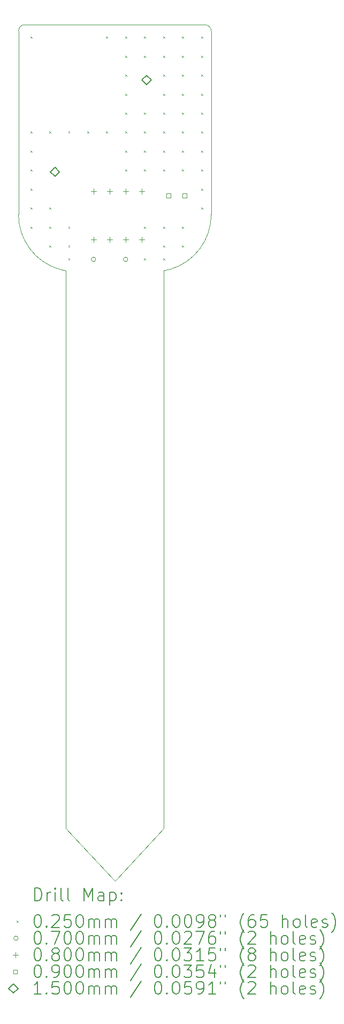
<source format=gbr>
%TF.GenerationSoftware,KiCad,Pcbnew,7.0.8*%
%TF.CreationDate,2024-02-12T20:34:56+01:00*%
%TF.ProjectId,tiny-plant-sensor,74696e79-2d70-46c6-916e-742d73656e73,rev?*%
%TF.SameCoordinates,Original*%
%TF.FileFunction,Drillmap*%
%TF.FilePolarity,Positive*%
%FSLAX45Y45*%
G04 Gerber Fmt 4.5, Leading zero omitted, Abs format (unit mm)*
G04 Created by KiCad (PCBNEW 7.0.8) date 2024-02-12 20:34:56*
%MOMM*%
%LPD*%
G01*
G04 APERTURE LIST*
%ADD10C,0.100000*%
%ADD11C,0.200000*%
%ADD12C,0.025000*%
%ADD13C,0.070000*%
%ADD14C,0.080000*%
%ADD15C,0.090000*%
%ADD16C,0.150000*%
G04 APERTURE END LIST*
D10*
X10025000Y-16925000D02*
X10000000Y-16900000D01*
X11450000Y-3400000D02*
X8600000Y-3400000D01*
X9250000Y-16100000D02*
X10000000Y-16900000D01*
X9146050Y-7263429D02*
G75*
G03*
X9252041Y-7287754I253960J863459D01*
G01*
X8500000Y-3500000D02*
X8500000Y-6400000D01*
X10050000Y-16900000D02*
X10800000Y-16100000D01*
X10050000Y-16900000D02*
X10025000Y-16925000D01*
X8500000Y-6400000D02*
G75*
G03*
X9146050Y-7263429I900000J0D01*
G01*
X9252041Y-7287754D02*
X9250000Y-16100000D01*
X11550000Y-6400000D02*
X11550000Y-3500000D01*
X10800000Y-16100000D02*
X10797959Y-7287754D01*
X10903950Y-7263429D02*
G75*
G03*
X11550000Y-6400000I-253950J863429D01*
G01*
X10797959Y-7287755D02*
G75*
G03*
X10903950Y-7263429I-147959J887735D01*
G01*
X8600000Y-3400000D02*
G75*
G03*
X8500000Y-3500000I0J-100000D01*
G01*
X11550000Y-3500000D02*
G75*
G03*
X11450000Y-3400000I-100000J0D01*
G01*
D11*
D12*
X8687500Y-3587500D02*
X8712500Y-3612500D01*
X8712500Y-3587500D02*
X8687500Y-3612500D01*
X8687500Y-5087500D02*
X8712500Y-5112500D01*
X8712500Y-5087500D02*
X8687500Y-5112500D01*
X8687500Y-5387500D02*
X8712500Y-5412500D01*
X8712500Y-5387500D02*
X8687500Y-5412500D01*
X8687500Y-5687500D02*
X8712500Y-5712500D01*
X8712500Y-5687500D02*
X8687500Y-5712500D01*
X8687500Y-5987500D02*
X8712500Y-6012500D01*
X8712500Y-5987500D02*
X8687500Y-6012500D01*
X8687500Y-6287500D02*
X8712500Y-6312500D01*
X8712500Y-6287500D02*
X8687500Y-6312500D01*
X8687500Y-6587500D02*
X8712500Y-6612500D01*
X8712500Y-6587500D02*
X8687500Y-6612500D01*
X8987500Y-5087500D02*
X9012500Y-5112500D01*
X9012500Y-5087500D02*
X8987500Y-5112500D01*
X8987500Y-6287500D02*
X9012500Y-6312500D01*
X9012500Y-6287500D02*
X8987500Y-6312500D01*
X8987500Y-6587500D02*
X9012500Y-6612500D01*
X9012500Y-6587500D02*
X8987500Y-6612500D01*
X8987500Y-6887500D02*
X9012500Y-6912500D01*
X9012500Y-6887500D02*
X8987500Y-6912500D01*
X9287500Y-5087500D02*
X9312500Y-5112500D01*
X9312500Y-5087500D02*
X9287500Y-5112500D01*
X9287500Y-6587500D02*
X9312500Y-6612500D01*
X9312500Y-6587500D02*
X9287500Y-6612500D01*
X9287500Y-6887500D02*
X9312500Y-6912500D01*
X9312500Y-6887500D02*
X9287500Y-6912500D01*
X9287500Y-7087500D02*
X9312500Y-7112500D01*
X9312500Y-7087500D02*
X9287500Y-7112500D01*
X9587500Y-5087500D02*
X9612500Y-5112500D01*
X9612500Y-5087500D02*
X9587500Y-5112500D01*
X9887500Y-3587500D02*
X9912500Y-3612500D01*
X9912500Y-3587500D02*
X9887500Y-3612500D01*
X9887500Y-5087500D02*
X9912500Y-5112500D01*
X9912500Y-5087500D02*
X9887500Y-5112500D01*
X10187500Y-3587500D02*
X10212500Y-3612500D01*
X10212500Y-3587500D02*
X10187500Y-3612500D01*
X10187500Y-3887500D02*
X10212500Y-3912500D01*
X10212500Y-3887500D02*
X10187500Y-3912500D01*
X10187500Y-4187500D02*
X10212500Y-4212500D01*
X10212500Y-4187500D02*
X10187500Y-4212500D01*
X10187500Y-4487500D02*
X10212500Y-4512500D01*
X10212500Y-4487500D02*
X10187500Y-4512500D01*
X10187500Y-4787500D02*
X10212500Y-4812500D01*
X10212500Y-4787500D02*
X10187500Y-4812500D01*
X10187500Y-5087500D02*
X10212500Y-5112500D01*
X10212500Y-5087500D02*
X10187500Y-5112500D01*
X10187500Y-5387500D02*
X10212500Y-5412500D01*
X10212500Y-5387500D02*
X10187500Y-5412500D01*
X10187500Y-5687500D02*
X10212500Y-5712500D01*
X10212500Y-5687500D02*
X10187500Y-5712500D01*
X10487500Y-3587500D02*
X10512500Y-3612500D01*
X10512500Y-3587500D02*
X10487500Y-3612500D01*
X10487500Y-3887500D02*
X10512500Y-3912500D01*
X10512500Y-3887500D02*
X10487500Y-3912500D01*
X10487500Y-4787500D02*
X10512500Y-4812500D01*
X10512500Y-4787500D02*
X10487500Y-4812500D01*
X10487500Y-5087500D02*
X10512500Y-5112500D01*
X10512500Y-5087500D02*
X10487500Y-5112500D01*
X10487500Y-5387500D02*
X10512500Y-5412500D01*
X10512500Y-5387500D02*
X10487500Y-5412500D01*
X10487500Y-5687500D02*
X10512500Y-5712500D01*
X10512500Y-5687500D02*
X10487500Y-5712500D01*
X10487500Y-6587500D02*
X10512500Y-6612500D01*
X10512500Y-6587500D02*
X10487500Y-6612500D01*
X10487500Y-7087500D02*
X10512500Y-7112500D01*
X10512500Y-7087500D02*
X10487500Y-7112500D01*
X10787500Y-3587500D02*
X10812500Y-3612500D01*
X10812500Y-3587500D02*
X10787500Y-3612500D01*
X10787500Y-3887500D02*
X10812500Y-3912500D01*
X10812500Y-3887500D02*
X10787500Y-3912500D01*
X10787500Y-4187500D02*
X10812500Y-4212500D01*
X10812500Y-4187500D02*
X10787500Y-4212500D01*
X10787500Y-4487500D02*
X10812500Y-4512500D01*
X10812500Y-4487500D02*
X10787500Y-4512500D01*
X10787500Y-4787500D02*
X10812500Y-4812500D01*
X10812500Y-4787500D02*
X10787500Y-4812500D01*
X10787500Y-5087500D02*
X10812500Y-5112500D01*
X10812500Y-5087500D02*
X10787500Y-5112500D01*
X10787500Y-5387500D02*
X10812500Y-5412500D01*
X10812500Y-5387500D02*
X10787500Y-5412500D01*
X10787500Y-5687500D02*
X10812500Y-5712500D01*
X10812500Y-5687500D02*
X10787500Y-5712500D01*
X10787500Y-6587500D02*
X10812500Y-6612500D01*
X10812500Y-6587500D02*
X10787500Y-6612500D01*
X10787500Y-6887500D02*
X10812500Y-6912500D01*
X10812500Y-6887500D02*
X10787500Y-6912500D01*
X10787500Y-7087500D02*
X10812500Y-7112500D01*
X10812500Y-7087500D02*
X10787500Y-7112500D01*
X11087500Y-3587500D02*
X11112500Y-3612500D01*
X11112500Y-3587500D02*
X11087500Y-3612500D01*
X11087500Y-3887500D02*
X11112500Y-3912500D01*
X11112500Y-3887500D02*
X11087500Y-3912500D01*
X11087500Y-4187500D02*
X11112500Y-4212500D01*
X11112500Y-4187500D02*
X11087500Y-4212500D01*
X11087500Y-4487500D02*
X11112500Y-4512500D01*
X11112500Y-4487500D02*
X11087500Y-4512500D01*
X11087500Y-4787500D02*
X11112500Y-4812500D01*
X11112500Y-4787500D02*
X11087500Y-4812500D01*
X11087500Y-5087500D02*
X11112500Y-5112500D01*
X11112500Y-5087500D02*
X11087500Y-5112500D01*
X11087500Y-5387500D02*
X11112500Y-5412500D01*
X11112500Y-5387500D02*
X11087500Y-5412500D01*
X11087500Y-5687500D02*
X11112500Y-5712500D01*
X11112500Y-5687500D02*
X11087500Y-5712500D01*
X11087500Y-6587500D02*
X11112500Y-6612500D01*
X11112500Y-6587500D02*
X11087500Y-6612500D01*
X11087500Y-6887500D02*
X11112500Y-6912500D01*
X11112500Y-6887500D02*
X11087500Y-6912500D01*
X11387500Y-3587500D02*
X11412500Y-3612500D01*
X11412500Y-3587500D02*
X11387500Y-3612500D01*
X11387500Y-3887500D02*
X11412500Y-3912500D01*
X11412500Y-3887500D02*
X11387500Y-3912500D01*
X11387500Y-4187500D02*
X11412500Y-4212500D01*
X11412500Y-4187500D02*
X11387500Y-4212500D01*
X11387500Y-4487500D02*
X11412500Y-4512500D01*
X11412500Y-4487500D02*
X11387500Y-4512500D01*
X11387500Y-4787500D02*
X11412500Y-4812500D01*
X11412500Y-4787500D02*
X11387500Y-4812500D01*
X11387500Y-5087500D02*
X11412500Y-5112500D01*
X11412500Y-5087500D02*
X11387500Y-5112500D01*
X11387500Y-5387500D02*
X11412500Y-5412500D01*
X11412500Y-5387500D02*
X11387500Y-5412500D01*
X11387500Y-5687500D02*
X11412500Y-5712500D01*
X11412500Y-5687500D02*
X11387500Y-5712500D01*
X11387500Y-5987500D02*
X11412500Y-6012500D01*
X11412500Y-5987500D02*
X11387500Y-6012500D01*
X11387500Y-6287500D02*
X11412500Y-6312500D01*
X11412500Y-6287500D02*
X11387500Y-6312500D01*
D13*
X9721841Y-7107333D02*
G75*
G03*
X9721841Y-7107333I-35000J0D01*
G01*
X10229841Y-7107333D02*
G75*
G03*
X10229841Y-7107333I-35000J0D01*
G01*
D14*
X9687734Y-5992094D02*
X9687734Y-6072094D01*
X9647734Y-6032094D02*
X9727734Y-6032094D01*
X9687734Y-6754094D02*
X9687734Y-6834094D01*
X9647734Y-6794094D02*
X9727734Y-6794094D01*
X9941734Y-5992094D02*
X9941734Y-6072094D01*
X9901734Y-6032094D02*
X9981734Y-6032094D01*
X9941734Y-6754094D02*
X9941734Y-6834094D01*
X9901734Y-6794094D02*
X9981734Y-6794094D01*
X10195734Y-5992094D02*
X10195734Y-6072094D01*
X10155734Y-6032094D02*
X10235734Y-6032094D01*
X10195734Y-6754094D02*
X10195734Y-6834094D01*
X10155734Y-6794094D02*
X10235734Y-6794094D01*
X10449734Y-5992094D02*
X10449734Y-6072094D01*
X10409734Y-6032094D02*
X10489734Y-6032094D01*
X10449734Y-6754094D02*
X10449734Y-6834094D01*
X10409734Y-6794094D02*
X10489734Y-6794094D01*
D15*
X10905320Y-6131820D02*
X10905320Y-6068180D01*
X10841680Y-6068180D01*
X10841680Y-6131820D01*
X10905320Y-6131820D01*
X11159320Y-6131820D02*
X11159320Y-6068180D01*
X11095680Y-6068180D01*
X11095680Y-6131820D01*
X11159320Y-6131820D01*
D16*
X9076461Y-5798539D02*
X9151461Y-5723539D01*
X9076461Y-5648539D01*
X9001461Y-5723539D01*
X9076461Y-5798539D01*
X10525323Y-4349677D02*
X10600323Y-4274677D01*
X10525323Y-4199677D01*
X10450323Y-4274677D01*
X10525323Y-4349677D01*
D11*
X8755777Y-17241484D02*
X8755777Y-17041484D01*
X8755777Y-17041484D02*
X8803396Y-17041484D01*
X8803396Y-17041484D02*
X8831967Y-17051008D01*
X8831967Y-17051008D02*
X8851015Y-17070055D01*
X8851015Y-17070055D02*
X8860539Y-17089103D01*
X8860539Y-17089103D02*
X8870063Y-17127198D01*
X8870063Y-17127198D02*
X8870063Y-17155770D01*
X8870063Y-17155770D02*
X8860539Y-17193865D01*
X8860539Y-17193865D02*
X8851015Y-17212912D01*
X8851015Y-17212912D02*
X8831967Y-17231960D01*
X8831967Y-17231960D02*
X8803396Y-17241484D01*
X8803396Y-17241484D02*
X8755777Y-17241484D01*
X8955777Y-17241484D02*
X8955777Y-17108150D01*
X8955777Y-17146246D02*
X8965301Y-17127198D01*
X8965301Y-17127198D02*
X8974824Y-17117674D01*
X8974824Y-17117674D02*
X8993872Y-17108150D01*
X8993872Y-17108150D02*
X9012920Y-17108150D01*
X9079586Y-17241484D02*
X9079586Y-17108150D01*
X9079586Y-17041484D02*
X9070063Y-17051008D01*
X9070063Y-17051008D02*
X9079586Y-17060531D01*
X9079586Y-17060531D02*
X9089110Y-17051008D01*
X9089110Y-17051008D02*
X9079586Y-17041484D01*
X9079586Y-17041484D02*
X9079586Y-17060531D01*
X9203396Y-17241484D02*
X9184348Y-17231960D01*
X9184348Y-17231960D02*
X9174824Y-17212912D01*
X9174824Y-17212912D02*
X9174824Y-17041484D01*
X9308158Y-17241484D02*
X9289110Y-17231960D01*
X9289110Y-17231960D02*
X9279586Y-17212912D01*
X9279586Y-17212912D02*
X9279586Y-17041484D01*
X9536729Y-17241484D02*
X9536729Y-17041484D01*
X9536729Y-17041484D02*
X9603396Y-17184341D01*
X9603396Y-17184341D02*
X9670063Y-17041484D01*
X9670063Y-17041484D02*
X9670063Y-17241484D01*
X9851015Y-17241484D02*
X9851015Y-17136722D01*
X9851015Y-17136722D02*
X9841491Y-17117674D01*
X9841491Y-17117674D02*
X9822444Y-17108150D01*
X9822444Y-17108150D02*
X9784348Y-17108150D01*
X9784348Y-17108150D02*
X9765301Y-17117674D01*
X9851015Y-17231960D02*
X9831967Y-17241484D01*
X9831967Y-17241484D02*
X9784348Y-17241484D01*
X9784348Y-17241484D02*
X9765301Y-17231960D01*
X9765301Y-17231960D02*
X9755777Y-17212912D01*
X9755777Y-17212912D02*
X9755777Y-17193865D01*
X9755777Y-17193865D02*
X9765301Y-17174817D01*
X9765301Y-17174817D02*
X9784348Y-17165293D01*
X9784348Y-17165293D02*
X9831967Y-17165293D01*
X9831967Y-17165293D02*
X9851015Y-17155770D01*
X9946253Y-17108150D02*
X9946253Y-17308150D01*
X9946253Y-17117674D02*
X9965301Y-17108150D01*
X9965301Y-17108150D02*
X10003396Y-17108150D01*
X10003396Y-17108150D02*
X10022444Y-17117674D01*
X10022444Y-17117674D02*
X10031967Y-17127198D01*
X10031967Y-17127198D02*
X10041491Y-17146246D01*
X10041491Y-17146246D02*
X10041491Y-17203389D01*
X10041491Y-17203389D02*
X10031967Y-17222436D01*
X10031967Y-17222436D02*
X10022444Y-17231960D01*
X10022444Y-17231960D02*
X10003396Y-17241484D01*
X10003396Y-17241484D02*
X9965301Y-17241484D01*
X9965301Y-17241484D02*
X9946253Y-17231960D01*
X10127205Y-17222436D02*
X10136729Y-17231960D01*
X10136729Y-17231960D02*
X10127205Y-17241484D01*
X10127205Y-17241484D02*
X10117682Y-17231960D01*
X10117682Y-17231960D02*
X10127205Y-17222436D01*
X10127205Y-17222436D02*
X10127205Y-17241484D01*
X10127205Y-17117674D02*
X10136729Y-17127198D01*
X10136729Y-17127198D02*
X10127205Y-17136722D01*
X10127205Y-17136722D02*
X10117682Y-17127198D01*
X10117682Y-17127198D02*
X10127205Y-17117674D01*
X10127205Y-17117674D02*
X10127205Y-17136722D01*
D12*
X8470000Y-17557500D02*
X8495000Y-17582500D01*
X8495000Y-17557500D02*
X8470000Y-17582500D01*
D11*
X8793872Y-17461484D02*
X8812920Y-17461484D01*
X8812920Y-17461484D02*
X8831967Y-17471008D01*
X8831967Y-17471008D02*
X8841491Y-17480531D01*
X8841491Y-17480531D02*
X8851015Y-17499579D01*
X8851015Y-17499579D02*
X8860539Y-17537674D01*
X8860539Y-17537674D02*
X8860539Y-17585293D01*
X8860539Y-17585293D02*
X8851015Y-17623389D01*
X8851015Y-17623389D02*
X8841491Y-17642436D01*
X8841491Y-17642436D02*
X8831967Y-17651960D01*
X8831967Y-17651960D02*
X8812920Y-17661484D01*
X8812920Y-17661484D02*
X8793872Y-17661484D01*
X8793872Y-17661484D02*
X8774824Y-17651960D01*
X8774824Y-17651960D02*
X8765301Y-17642436D01*
X8765301Y-17642436D02*
X8755777Y-17623389D01*
X8755777Y-17623389D02*
X8746253Y-17585293D01*
X8746253Y-17585293D02*
X8746253Y-17537674D01*
X8746253Y-17537674D02*
X8755777Y-17499579D01*
X8755777Y-17499579D02*
X8765301Y-17480531D01*
X8765301Y-17480531D02*
X8774824Y-17471008D01*
X8774824Y-17471008D02*
X8793872Y-17461484D01*
X8946253Y-17642436D02*
X8955777Y-17651960D01*
X8955777Y-17651960D02*
X8946253Y-17661484D01*
X8946253Y-17661484D02*
X8936729Y-17651960D01*
X8936729Y-17651960D02*
X8946253Y-17642436D01*
X8946253Y-17642436D02*
X8946253Y-17661484D01*
X9031967Y-17480531D02*
X9041491Y-17471008D01*
X9041491Y-17471008D02*
X9060539Y-17461484D01*
X9060539Y-17461484D02*
X9108158Y-17461484D01*
X9108158Y-17461484D02*
X9127205Y-17471008D01*
X9127205Y-17471008D02*
X9136729Y-17480531D01*
X9136729Y-17480531D02*
X9146253Y-17499579D01*
X9146253Y-17499579D02*
X9146253Y-17518627D01*
X9146253Y-17518627D02*
X9136729Y-17547198D01*
X9136729Y-17547198D02*
X9022444Y-17661484D01*
X9022444Y-17661484D02*
X9146253Y-17661484D01*
X9327205Y-17461484D02*
X9231967Y-17461484D01*
X9231967Y-17461484D02*
X9222444Y-17556722D01*
X9222444Y-17556722D02*
X9231967Y-17547198D01*
X9231967Y-17547198D02*
X9251015Y-17537674D01*
X9251015Y-17537674D02*
X9298634Y-17537674D01*
X9298634Y-17537674D02*
X9317682Y-17547198D01*
X9317682Y-17547198D02*
X9327205Y-17556722D01*
X9327205Y-17556722D02*
X9336729Y-17575770D01*
X9336729Y-17575770D02*
X9336729Y-17623389D01*
X9336729Y-17623389D02*
X9327205Y-17642436D01*
X9327205Y-17642436D02*
X9317682Y-17651960D01*
X9317682Y-17651960D02*
X9298634Y-17661484D01*
X9298634Y-17661484D02*
X9251015Y-17661484D01*
X9251015Y-17661484D02*
X9231967Y-17651960D01*
X9231967Y-17651960D02*
X9222444Y-17642436D01*
X9460539Y-17461484D02*
X9479586Y-17461484D01*
X9479586Y-17461484D02*
X9498634Y-17471008D01*
X9498634Y-17471008D02*
X9508158Y-17480531D01*
X9508158Y-17480531D02*
X9517682Y-17499579D01*
X9517682Y-17499579D02*
X9527205Y-17537674D01*
X9527205Y-17537674D02*
X9527205Y-17585293D01*
X9527205Y-17585293D02*
X9517682Y-17623389D01*
X9517682Y-17623389D02*
X9508158Y-17642436D01*
X9508158Y-17642436D02*
X9498634Y-17651960D01*
X9498634Y-17651960D02*
X9479586Y-17661484D01*
X9479586Y-17661484D02*
X9460539Y-17661484D01*
X9460539Y-17661484D02*
X9441491Y-17651960D01*
X9441491Y-17651960D02*
X9431967Y-17642436D01*
X9431967Y-17642436D02*
X9422444Y-17623389D01*
X9422444Y-17623389D02*
X9412920Y-17585293D01*
X9412920Y-17585293D02*
X9412920Y-17537674D01*
X9412920Y-17537674D02*
X9422444Y-17499579D01*
X9422444Y-17499579D02*
X9431967Y-17480531D01*
X9431967Y-17480531D02*
X9441491Y-17471008D01*
X9441491Y-17471008D02*
X9460539Y-17461484D01*
X9612920Y-17661484D02*
X9612920Y-17528150D01*
X9612920Y-17547198D02*
X9622444Y-17537674D01*
X9622444Y-17537674D02*
X9641491Y-17528150D01*
X9641491Y-17528150D02*
X9670063Y-17528150D01*
X9670063Y-17528150D02*
X9689110Y-17537674D01*
X9689110Y-17537674D02*
X9698634Y-17556722D01*
X9698634Y-17556722D02*
X9698634Y-17661484D01*
X9698634Y-17556722D02*
X9708158Y-17537674D01*
X9708158Y-17537674D02*
X9727205Y-17528150D01*
X9727205Y-17528150D02*
X9755777Y-17528150D01*
X9755777Y-17528150D02*
X9774825Y-17537674D01*
X9774825Y-17537674D02*
X9784348Y-17556722D01*
X9784348Y-17556722D02*
X9784348Y-17661484D01*
X9879586Y-17661484D02*
X9879586Y-17528150D01*
X9879586Y-17547198D02*
X9889110Y-17537674D01*
X9889110Y-17537674D02*
X9908158Y-17528150D01*
X9908158Y-17528150D02*
X9936729Y-17528150D01*
X9936729Y-17528150D02*
X9955777Y-17537674D01*
X9955777Y-17537674D02*
X9965301Y-17556722D01*
X9965301Y-17556722D02*
X9965301Y-17661484D01*
X9965301Y-17556722D02*
X9974825Y-17537674D01*
X9974825Y-17537674D02*
X9993872Y-17528150D01*
X9993872Y-17528150D02*
X10022444Y-17528150D01*
X10022444Y-17528150D02*
X10041491Y-17537674D01*
X10041491Y-17537674D02*
X10051015Y-17556722D01*
X10051015Y-17556722D02*
X10051015Y-17661484D01*
X10441491Y-17451960D02*
X10270063Y-17709103D01*
X10698634Y-17461484D02*
X10717682Y-17461484D01*
X10717682Y-17461484D02*
X10736729Y-17471008D01*
X10736729Y-17471008D02*
X10746253Y-17480531D01*
X10746253Y-17480531D02*
X10755777Y-17499579D01*
X10755777Y-17499579D02*
X10765301Y-17537674D01*
X10765301Y-17537674D02*
X10765301Y-17585293D01*
X10765301Y-17585293D02*
X10755777Y-17623389D01*
X10755777Y-17623389D02*
X10746253Y-17642436D01*
X10746253Y-17642436D02*
X10736729Y-17651960D01*
X10736729Y-17651960D02*
X10717682Y-17661484D01*
X10717682Y-17661484D02*
X10698634Y-17661484D01*
X10698634Y-17661484D02*
X10679587Y-17651960D01*
X10679587Y-17651960D02*
X10670063Y-17642436D01*
X10670063Y-17642436D02*
X10660539Y-17623389D01*
X10660539Y-17623389D02*
X10651015Y-17585293D01*
X10651015Y-17585293D02*
X10651015Y-17537674D01*
X10651015Y-17537674D02*
X10660539Y-17499579D01*
X10660539Y-17499579D02*
X10670063Y-17480531D01*
X10670063Y-17480531D02*
X10679587Y-17471008D01*
X10679587Y-17471008D02*
X10698634Y-17461484D01*
X10851015Y-17642436D02*
X10860539Y-17651960D01*
X10860539Y-17651960D02*
X10851015Y-17661484D01*
X10851015Y-17661484D02*
X10841491Y-17651960D01*
X10841491Y-17651960D02*
X10851015Y-17642436D01*
X10851015Y-17642436D02*
X10851015Y-17661484D01*
X10984348Y-17461484D02*
X11003396Y-17461484D01*
X11003396Y-17461484D02*
X11022444Y-17471008D01*
X11022444Y-17471008D02*
X11031968Y-17480531D01*
X11031968Y-17480531D02*
X11041491Y-17499579D01*
X11041491Y-17499579D02*
X11051015Y-17537674D01*
X11051015Y-17537674D02*
X11051015Y-17585293D01*
X11051015Y-17585293D02*
X11041491Y-17623389D01*
X11041491Y-17623389D02*
X11031968Y-17642436D01*
X11031968Y-17642436D02*
X11022444Y-17651960D01*
X11022444Y-17651960D02*
X11003396Y-17661484D01*
X11003396Y-17661484D02*
X10984348Y-17661484D01*
X10984348Y-17661484D02*
X10965301Y-17651960D01*
X10965301Y-17651960D02*
X10955777Y-17642436D01*
X10955777Y-17642436D02*
X10946253Y-17623389D01*
X10946253Y-17623389D02*
X10936729Y-17585293D01*
X10936729Y-17585293D02*
X10936729Y-17537674D01*
X10936729Y-17537674D02*
X10946253Y-17499579D01*
X10946253Y-17499579D02*
X10955777Y-17480531D01*
X10955777Y-17480531D02*
X10965301Y-17471008D01*
X10965301Y-17471008D02*
X10984348Y-17461484D01*
X11174825Y-17461484D02*
X11193872Y-17461484D01*
X11193872Y-17461484D02*
X11212920Y-17471008D01*
X11212920Y-17471008D02*
X11222444Y-17480531D01*
X11222444Y-17480531D02*
X11231967Y-17499579D01*
X11231967Y-17499579D02*
X11241491Y-17537674D01*
X11241491Y-17537674D02*
X11241491Y-17585293D01*
X11241491Y-17585293D02*
X11231967Y-17623389D01*
X11231967Y-17623389D02*
X11222444Y-17642436D01*
X11222444Y-17642436D02*
X11212920Y-17651960D01*
X11212920Y-17651960D02*
X11193872Y-17661484D01*
X11193872Y-17661484D02*
X11174825Y-17661484D01*
X11174825Y-17661484D02*
X11155777Y-17651960D01*
X11155777Y-17651960D02*
X11146253Y-17642436D01*
X11146253Y-17642436D02*
X11136729Y-17623389D01*
X11136729Y-17623389D02*
X11127206Y-17585293D01*
X11127206Y-17585293D02*
X11127206Y-17537674D01*
X11127206Y-17537674D02*
X11136729Y-17499579D01*
X11136729Y-17499579D02*
X11146253Y-17480531D01*
X11146253Y-17480531D02*
X11155777Y-17471008D01*
X11155777Y-17471008D02*
X11174825Y-17461484D01*
X11336729Y-17661484D02*
X11374825Y-17661484D01*
X11374825Y-17661484D02*
X11393872Y-17651960D01*
X11393872Y-17651960D02*
X11403396Y-17642436D01*
X11403396Y-17642436D02*
X11422444Y-17613865D01*
X11422444Y-17613865D02*
X11431967Y-17575770D01*
X11431967Y-17575770D02*
X11431967Y-17499579D01*
X11431967Y-17499579D02*
X11422444Y-17480531D01*
X11422444Y-17480531D02*
X11412920Y-17471008D01*
X11412920Y-17471008D02*
X11393872Y-17461484D01*
X11393872Y-17461484D02*
X11355777Y-17461484D01*
X11355777Y-17461484D02*
X11336729Y-17471008D01*
X11336729Y-17471008D02*
X11327206Y-17480531D01*
X11327206Y-17480531D02*
X11317682Y-17499579D01*
X11317682Y-17499579D02*
X11317682Y-17547198D01*
X11317682Y-17547198D02*
X11327206Y-17566246D01*
X11327206Y-17566246D02*
X11336729Y-17575770D01*
X11336729Y-17575770D02*
X11355777Y-17585293D01*
X11355777Y-17585293D02*
X11393872Y-17585293D01*
X11393872Y-17585293D02*
X11412920Y-17575770D01*
X11412920Y-17575770D02*
X11422444Y-17566246D01*
X11422444Y-17566246D02*
X11431967Y-17547198D01*
X11546253Y-17547198D02*
X11527206Y-17537674D01*
X11527206Y-17537674D02*
X11517682Y-17528150D01*
X11517682Y-17528150D02*
X11508158Y-17509103D01*
X11508158Y-17509103D02*
X11508158Y-17499579D01*
X11508158Y-17499579D02*
X11517682Y-17480531D01*
X11517682Y-17480531D02*
X11527206Y-17471008D01*
X11527206Y-17471008D02*
X11546253Y-17461484D01*
X11546253Y-17461484D02*
X11584348Y-17461484D01*
X11584348Y-17461484D02*
X11603396Y-17471008D01*
X11603396Y-17471008D02*
X11612920Y-17480531D01*
X11612920Y-17480531D02*
X11622444Y-17499579D01*
X11622444Y-17499579D02*
X11622444Y-17509103D01*
X11622444Y-17509103D02*
X11612920Y-17528150D01*
X11612920Y-17528150D02*
X11603396Y-17537674D01*
X11603396Y-17537674D02*
X11584348Y-17547198D01*
X11584348Y-17547198D02*
X11546253Y-17547198D01*
X11546253Y-17547198D02*
X11527206Y-17556722D01*
X11527206Y-17556722D02*
X11517682Y-17566246D01*
X11517682Y-17566246D02*
X11508158Y-17585293D01*
X11508158Y-17585293D02*
X11508158Y-17623389D01*
X11508158Y-17623389D02*
X11517682Y-17642436D01*
X11517682Y-17642436D02*
X11527206Y-17651960D01*
X11527206Y-17651960D02*
X11546253Y-17661484D01*
X11546253Y-17661484D02*
X11584348Y-17661484D01*
X11584348Y-17661484D02*
X11603396Y-17651960D01*
X11603396Y-17651960D02*
X11612920Y-17642436D01*
X11612920Y-17642436D02*
X11622444Y-17623389D01*
X11622444Y-17623389D02*
X11622444Y-17585293D01*
X11622444Y-17585293D02*
X11612920Y-17566246D01*
X11612920Y-17566246D02*
X11603396Y-17556722D01*
X11603396Y-17556722D02*
X11584348Y-17547198D01*
X11698634Y-17461484D02*
X11698634Y-17499579D01*
X11774825Y-17461484D02*
X11774825Y-17499579D01*
X12070063Y-17737674D02*
X12060539Y-17728150D01*
X12060539Y-17728150D02*
X12041491Y-17699579D01*
X12041491Y-17699579D02*
X12031968Y-17680531D01*
X12031968Y-17680531D02*
X12022444Y-17651960D01*
X12022444Y-17651960D02*
X12012920Y-17604341D01*
X12012920Y-17604341D02*
X12012920Y-17566246D01*
X12012920Y-17566246D02*
X12022444Y-17518627D01*
X12022444Y-17518627D02*
X12031968Y-17490055D01*
X12031968Y-17490055D02*
X12041491Y-17471008D01*
X12041491Y-17471008D02*
X12060539Y-17442436D01*
X12060539Y-17442436D02*
X12070063Y-17432912D01*
X12231968Y-17461484D02*
X12193872Y-17461484D01*
X12193872Y-17461484D02*
X12174825Y-17471008D01*
X12174825Y-17471008D02*
X12165301Y-17480531D01*
X12165301Y-17480531D02*
X12146253Y-17509103D01*
X12146253Y-17509103D02*
X12136729Y-17547198D01*
X12136729Y-17547198D02*
X12136729Y-17623389D01*
X12136729Y-17623389D02*
X12146253Y-17642436D01*
X12146253Y-17642436D02*
X12155777Y-17651960D01*
X12155777Y-17651960D02*
X12174825Y-17661484D01*
X12174825Y-17661484D02*
X12212920Y-17661484D01*
X12212920Y-17661484D02*
X12231968Y-17651960D01*
X12231968Y-17651960D02*
X12241491Y-17642436D01*
X12241491Y-17642436D02*
X12251015Y-17623389D01*
X12251015Y-17623389D02*
X12251015Y-17575770D01*
X12251015Y-17575770D02*
X12241491Y-17556722D01*
X12241491Y-17556722D02*
X12231968Y-17547198D01*
X12231968Y-17547198D02*
X12212920Y-17537674D01*
X12212920Y-17537674D02*
X12174825Y-17537674D01*
X12174825Y-17537674D02*
X12155777Y-17547198D01*
X12155777Y-17547198D02*
X12146253Y-17556722D01*
X12146253Y-17556722D02*
X12136729Y-17575770D01*
X12431968Y-17461484D02*
X12336729Y-17461484D01*
X12336729Y-17461484D02*
X12327206Y-17556722D01*
X12327206Y-17556722D02*
X12336729Y-17547198D01*
X12336729Y-17547198D02*
X12355777Y-17537674D01*
X12355777Y-17537674D02*
X12403396Y-17537674D01*
X12403396Y-17537674D02*
X12422444Y-17547198D01*
X12422444Y-17547198D02*
X12431968Y-17556722D01*
X12431968Y-17556722D02*
X12441491Y-17575770D01*
X12441491Y-17575770D02*
X12441491Y-17623389D01*
X12441491Y-17623389D02*
X12431968Y-17642436D01*
X12431968Y-17642436D02*
X12422444Y-17651960D01*
X12422444Y-17651960D02*
X12403396Y-17661484D01*
X12403396Y-17661484D02*
X12355777Y-17661484D01*
X12355777Y-17661484D02*
X12336729Y-17651960D01*
X12336729Y-17651960D02*
X12327206Y-17642436D01*
X12679587Y-17661484D02*
X12679587Y-17461484D01*
X12765301Y-17661484D02*
X12765301Y-17556722D01*
X12765301Y-17556722D02*
X12755777Y-17537674D01*
X12755777Y-17537674D02*
X12736730Y-17528150D01*
X12736730Y-17528150D02*
X12708158Y-17528150D01*
X12708158Y-17528150D02*
X12689110Y-17537674D01*
X12689110Y-17537674D02*
X12679587Y-17547198D01*
X12889110Y-17661484D02*
X12870063Y-17651960D01*
X12870063Y-17651960D02*
X12860539Y-17642436D01*
X12860539Y-17642436D02*
X12851015Y-17623389D01*
X12851015Y-17623389D02*
X12851015Y-17566246D01*
X12851015Y-17566246D02*
X12860539Y-17547198D01*
X12860539Y-17547198D02*
X12870063Y-17537674D01*
X12870063Y-17537674D02*
X12889110Y-17528150D01*
X12889110Y-17528150D02*
X12917682Y-17528150D01*
X12917682Y-17528150D02*
X12936730Y-17537674D01*
X12936730Y-17537674D02*
X12946253Y-17547198D01*
X12946253Y-17547198D02*
X12955777Y-17566246D01*
X12955777Y-17566246D02*
X12955777Y-17623389D01*
X12955777Y-17623389D02*
X12946253Y-17642436D01*
X12946253Y-17642436D02*
X12936730Y-17651960D01*
X12936730Y-17651960D02*
X12917682Y-17661484D01*
X12917682Y-17661484D02*
X12889110Y-17661484D01*
X13070063Y-17661484D02*
X13051015Y-17651960D01*
X13051015Y-17651960D02*
X13041491Y-17632912D01*
X13041491Y-17632912D02*
X13041491Y-17461484D01*
X13222444Y-17651960D02*
X13203396Y-17661484D01*
X13203396Y-17661484D02*
X13165301Y-17661484D01*
X13165301Y-17661484D02*
X13146253Y-17651960D01*
X13146253Y-17651960D02*
X13136730Y-17632912D01*
X13136730Y-17632912D02*
X13136730Y-17556722D01*
X13136730Y-17556722D02*
X13146253Y-17537674D01*
X13146253Y-17537674D02*
X13165301Y-17528150D01*
X13165301Y-17528150D02*
X13203396Y-17528150D01*
X13203396Y-17528150D02*
X13222444Y-17537674D01*
X13222444Y-17537674D02*
X13231968Y-17556722D01*
X13231968Y-17556722D02*
X13231968Y-17575770D01*
X13231968Y-17575770D02*
X13136730Y-17594817D01*
X13308158Y-17651960D02*
X13327206Y-17661484D01*
X13327206Y-17661484D02*
X13365301Y-17661484D01*
X13365301Y-17661484D02*
X13384349Y-17651960D01*
X13384349Y-17651960D02*
X13393872Y-17632912D01*
X13393872Y-17632912D02*
X13393872Y-17623389D01*
X13393872Y-17623389D02*
X13384349Y-17604341D01*
X13384349Y-17604341D02*
X13365301Y-17594817D01*
X13365301Y-17594817D02*
X13336730Y-17594817D01*
X13336730Y-17594817D02*
X13317682Y-17585293D01*
X13317682Y-17585293D02*
X13308158Y-17566246D01*
X13308158Y-17566246D02*
X13308158Y-17556722D01*
X13308158Y-17556722D02*
X13317682Y-17537674D01*
X13317682Y-17537674D02*
X13336730Y-17528150D01*
X13336730Y-17528150D02*
X13365301Y-17528150D01*
X13365301Y-17528150D02*
X13384349Y-17537674D01*
X13460539Y-17737674D02*
X13470063Y-17728150D01*
X13470063Y-17728150D02*
X13489111Y-17699579D01*
X13489111Y-17699579D02*
X13498634Y-17680531D01*
X13498634Y-17680531D02*
X13508158Y-17651960D01*
X13508158Y-17651960D02*
X13517682Y-17604341D01*
X13517682Y-17604341D02*
X13517682Y-17566246D01*
X13517682Y-17566246D02*
X13508158Y-17518627D01*
X13508158Y-17518627D02*
X13498634Y-17490055D01*
X13498634Y-17490055D02*
X13489111Y-17471008D01*
X13489111Y-17471008D02*
X13470063Y-17442436D01*
X13470063Y-17442436D02*
X13460539Y-17432912D01*
D13*
X8495000Y-17834000D02*
G75*
G03*
X8495000Y-17834000I-35000J0D01*
G01*
D11*
X8793872Y-17725484D02*
X8812920Y-17725484D01*
X8812920Y-17725484D02*
X8831967Y-17735008D01*
X8831967Y-17735008D02*
X8841491Y-17744531D01*
X8841491Y-17744531D02*
X8851015Y-17763579D01*
X8851015Y-17763579D02*
X8860539Y-17801674D01*
X8860539Y-17801674D02*
X8860539Y-17849293D01*
X8860539Y-17849293D02*
X8851015Y-17887389D01*
X8851015Y-17887389D02*
X8841491Y-17906436D01*
X8841491Y-17906436D02*
X8831967Y-17915960D01*
X8831967Y-17915960D02*
X8812920Y-17925484D01*
X8812920Y-17925484D02*
X8793872Y-17925484D01*
X8793872Y-17925484D02*
X8774824Y-17915960D01*
X8774824Y-17915960D02*
X8765301Y-17906436D01*
X8765301Y-17906436D02*
X8755777Y-17887389D01*
X8755777Y-17887389D02*
X8746253Y-17849293D01*
X8746253Y-17849293D02*
X8746253Y-17801674D01*
X8746253Y-17801674D02*
X8755777Y-17763579D01*
X8755777Y-17763579D02*
X8765301Y-17744531D01*
X8765301Y-17744531D02*
X8774824Y-17735008D01*
X8774824Y-17735008D02*
X8793872Y-17725484D01*
X8946253Y-17906436D02*
X8955777Y-17915960D01*
X8955777Y-17915960D02*
X8946253Y-17925484D01*
X8946253Y-17925484D02*
X8936729Y-17915960D01*
X8936729Y-17915960D02*
X8946253Y-17906436D01*
X8946253Y-17906436D02*
X8946253Y-17925484D01*
X9022444Y-17725484D02*
X9155777Y-17725484D01*
X9155777Y-17725484D02*
X9070063Y-17925484D01*
X9270063Y-17725484D02*
X9289110Y-17725484D01*
X9289110Y-17725484D02*
X9308158Y-17735008D01*
X9308158Y-17735008D02*
X9317682Y-17744531D01*
X9317682Y-17744531D02*
X9327205Y-17763579D01*
X9327205Y-17763579D02*
X9336729Y-17801674D01*
X9336729Y-17801674D02*
X9336729Y-17849293D01*
X9336729Y-17849293D02*
X9327205Y-17887389D01*
X9327205Y-17887389D02*
X9317682Y-17906436D01*
X9317682Y-17906436D02*
X9308158Y-17915960D01*
X9308158Y-17915960D02*
X9289110Y-17925484D01*
X9289110Y-17925484D02*
X9270063Y-17925484D01*
X9270063Y-17925484D02*
X9251015Y-17915960D01*
X9251015Y-17915960D02*
X9241491Y-17906436D01*
X9241491Y-17906436D02*
X9231967Y-17887389D01*
X9231967Y-17887389D02*
X9222444Y-17849293D01*
X9222444Y-17849293D02*
X9222444Y-17801674D01*
X9222444Y-17801674D02*
X9231967Y-17763579D01*
X9231967Y-17763579D02*
X9241491Y-17744531D01*
X9241491Y-17744531D02*
X9251015Y-17735008D01*
X9251015Y-17735008D02*
X9270063Y-17725484D01*
X9460539Y-17725484D02*
X9479586Y-17725484D01*
X9479586Y-17725484D02*
X9498634Y-17735008D01*
X9498634Y-17735008D02*
X9508158Y-17744531D01*
X9508158Y-17744531D02*
X9517682Y-17763579D01*
X9517682Y-17763579D02*
X9527205Y-17801674D01*
X9527205Y-17801674D02*
X9527205Y-17849293D01*
X9527205Y-17849293D02*
X9517682Y-17887389D01*
X9517682Y-17887389D02*
X9508158Y-17906436D01*
X9508158Y-17906436D02*
X9498634Y-17915960D01*
X9498634Y-17915960D02*
X9479586Y-17925484D01*
X9479586Y-17925484D02*
X9460539Y-17925484D01*
X9460539Y-17925484D02*
X9441491Y-17915960D01*
X9441491Y-17915960D02*
X9431967Y-17906436D01*
X9431967Y-17906436D02*
X9422444Y-17887389D01*
X9422444Y-17887389D02*
X9412920Y-17849293D01*
X9412920Y-17849293D02*
X9412920Y-17801674D01*
X9412920Y-17801674D02*
X9422444Y-17763579D01*
X9422444Y-17763579D02*
X9431967Y-17744531D01*
X9431967Y-17744531D02*
X9441491Y-17735008D01*
X9441491Y-17735008D02*
X9460539Y-17725484D01*
X9612920Y-17925484D02*
X9612920Y-17792150D01*
X9612920Y-17811198D02*
X9622444Y-17801674D01*
X9622444Y-17801674D02*
X9641491Y-17792150D01*
X9641491Y-17792150D02*
X9670063Y-17792150D01*
X9670063Y-17792150D02*
X9689110Y-17801674D01*
X9689110Y-17801674D02*
X9698634Y-17820722D01*
X9698634Y-17820722D02*
X9698634Y-17925484D01*
X9698634Y-17820722D02*
X9708158Y-17801674D01*
X9708158Y-17801674D02*
X9727205Y-17792150D01*
X9727205Y-17792150D02*
X9755777Y-17792150D01*
X9755777Y-17792150D02*
X9774825Y-17801674D01*
X9774825Y-17801674D02*
X9784348Y-17820722D01*
X9784348Y-17820722D02*
X9784348Y-17925484D01*
X9879586Y-17925484D02*
X9879586Y-17792150D01*
X9879586Y-17811198D02*
X9889110Y-17801674D01*
X9889110Y-17801674D02*
X9908158Y-17792150D01*
X9908158Y-17792150D02*
X9936729Y-17792150D01*
X9936729Y-17792150D02*
X9955777Y-17801674D01*
X9955777Y-17801674D02*
X9965301Y-17820722D01*
X9965301Y-17820722D02*
X9965301Y-17925484D01*
X9965301Y-17820722D02*
X9974825Y-17801674D01*
X9974825Y-17801674D02*
X9993872Y-17792150D01*
X9993872Y-17792150D02*
X10022444Y-17792150D01*
X10022444Y-17792150D02*
X10041491Y-17801674D01*
X10041491Y-17801674D02*
X10051015Y-17820722D01*
X10051015Y-17820722D02*
X10051015Y-17925484D01*
X10441491Y-17715960D02*
X10270063Y-17973103D01*
X10698634Y-17725484D02*
X10717682Y-17725484D01*
X10717682Y-17725484D02*
X10736729Y-17735008D01*
X10736729Y-17735008D02*
X10746253Y-17744531D01*
X10746253Y-17744531D02*
X10755777Y-17763579D01*
X10755777Y-17763579D02*
X10765301Y-17801674D01*
X10765301Y-17801674D02*
X10765301Y-17849293D01*
X10765301Y-17849293D02*
X10755777Y-17887389D01*
X10755777Y-17887389D02*
X10746253Y-17906436D01*
X10746253Y-17906436D02*
X10736729Y-17915960D01*
X10736729Y-17915960D02*
X10717682Y-17925484D01*
X10717682Y-17925484D02*
X10698634Y-17925484D01*
X10698634Y-17925484D02*
X10679587Y-17915960D01*
X10679587Y-17915960D02*
X10670063Y-17906436D01*
X10670063Y-17906436D02*
X10660539Y-17887389D01*
X10660539Y-17887389D02*
X10651015Y-17849293D01*
X10651015Y-17849293D02*
X10651015Y-17801674D01*
X10651015Y-17801674D02*
X10660539Y-17763579D01*
X10660539Y-17763579D02*
X10670063Y-17744531D01*
X10670063Y-17744531D02*
X10679587Y-17735008D01*
X10679587Y-17735008D02*
X10698634Y-17725484D01*
X10851015Y-17906436D02*
X10860539Y-17915960D01*
X10860539Y-17915960D02*
X10851015Y-17925484D01*
X10851015Y-17925484D02*
X10841491Y-17915960D01*
X10841491Y-17915960D02*
X10851015Y-17906436D01*
X10851015Y-17906436D02*
X10851015Y-17925484D01*
X10984348Y-17725484D02*
X11003396Y-17725484D01*
X11003396Y-17725484D02*
X11022444Y-17735008D01*
X11022444Y-17735008D02*
X11031968Y-17744531D01*
X11031968Y-17744531D02*
X11041491Y-17763579D01*
X11041491Y-17763579D02*
X11051015Y-17801674D01*
X11051015Y-17801674D02*
X11051015Y-17849293D01*
X11051015Y-17849293D02*
X11041491Y-17887389D01*
X11041491Y-17887389D02*
X11031968Y-17906436D01*
X11031968Y-17906436D02*
X11022444Y-17915960D01*
X11022444Y-17915960D02*
X11003396Y-17925484D01*
X11003396Y-17925484D02*
X10984348Y-17925484D01*
X10984348Y-17925484D02*
X10965301Y-17915960D01*
X10965301Y-17915960D02*
X10955777Y-17906436D01*
X10955777Y-17906436D02*
X10946253Y-17887389D01*
X10946253Y-17887389D02*
X10936729Y-17849293D01*
X10936729Y-17849293D02*
X10936729Y-17801674D01*
X10936729Y-17801674D02*
X10946253Y-17763579D01*
X10946253Y-17763579D02*
X10955777Y-17744531D01*
X10955777Y-17744531D02*
X10965301Y-17735008D01*
X10965301Y-17735008D02*
X10984348Y-17725484D01*
X11127206Y-17744531D02*
X11136729Y-17735008D01*
X11136729Y-17735008D02*
X11155777Y-17725484D01*
X11155777Y-17725484D02*
X11203396Y-17725484D01*
X11203396Y-17725484D02*
X11222444Y-17735008D01*
X11222444Y-17735008D02*
X11231967Y-17744531D01*
X11231967Y-17744531D02*
X11241491Y-17763579D01*
X11241491Y-17763579D02*
X11241491Y-17782627D01*
X11241491Y-17782627D02*
X11231967Y-17811198D01*
X11231967Y-17811198D02*
X11117682Y-17925484D01*
X11117682Y-17925484D02*
X11241491Y-17925484D01*
X11308158Y-17725484D02*
X11441491Y-17725484D01*
X11441491Y-17725484D02*
X11355777Y-17925484D01*
X11603396Y-17725484D02*
X11565301Y-17725484D01*
X11565301Y-17725484D02*
X11546253Y-17735008D01*
X11546253Y-17735008D02*
X11536729Y-17744531D01*
X11536729Y-17744531D02*
X11517682Y-17773103D01*
X11517682Y-17773103D02*
X11508158Y-17811198D01*
X11508158Y-17811198D02*
X11508158Y-17887389D01*
X11508158Y-17887389D02*
X11517682Y-17906436D01*
X11517682Y-17906436D02*
X11527206Y-17915960D01*
X11527206Y-17915960D02*
X11546253Y-17925484D01*
X11546253Y-17925484D02*
X11584348Y-17925484D01*
X11584348Y-17925484D02*
X11603396Y-17915960D01*
X11603396Y-17915960D02*
X11612920Y-17906436D01*
X11612920Y-17906436D02*
X11622444Y-17887389D01*
X11622444Y-17887389D02*
X11622444Y-17839770D01*
X11622444Y-17839770D02*
X11612920Y-17820722D01*
X11612920Y-17820722D02*
X11603396Y-17811198D01*
X11603396Y-17811198D02*
X11584348Y-17801674D01*
X11584348Y-17801674D02*
X11546253Y-17801674D01*
X11546253Y-17801674D02*
X11527206Y-17811198D01*
X11527206Y-17811198D02*
X11517682Y-17820722D01*
X11517682Y-17820722D02*
X11508158Y-17839770D01*
X11698634Y-17725484D02*
X11698634Y-17763579D01*
X11774825Y-17725484D02*
X11774825Y-17763579D01*
X12070063Y-18001674D02*
X12060539Y-17992150D01*
X12060539Y-17992150D02*
X12041491Y-17963579D01*
X12041491Y-17963579D02*
X12031968Y-17944531D01*
X12031968Y-17944531D02*
X12022444Y-17915960D01*
X12022444Y-17915960D02*
X12012920Y-17868341D01*
X12012920Y-17868341D02*
X12012920Y-17830246D01*
X12012920Y-17830246D02*
X12022444Y-17782627D01*
X12022444Y-17782627D02*
X12031968Y-17754055D01*
X12031968Y-17754055D02*
X12041491Y-17735008D01*
X12041491Y-17735008D02*
X12060539Y-17706436D01*
X12060539Y-17706436D02*
X12070063Y-17696912D01*
X12136729Y-17744531D02*
X12146253Y-17735008D01*
X12146253Y-17735008D02*
X12165301Y-17725484D01*
X12165301Y-17725484D02*
X12212920Y-17725484D01*
X12212920Y-17725484D02*
X12231968Y-17735008D01*
X12231968Y-17735008D02*
X12241491Y-17744531D01*
X12241491Y-17744531D02*
X12251015Y-17763579D01*
X12251015Y-17763579D02*
X12251015Y-17782627D01*
X12251015Y-17782627D02*
X12241491Y-17811198D01*
X12241491Y-17811198D02*
X12127206Y-17925484D01*
X12127206Y-17925484D02*
X12251015Y-17925484D01*
X12489110Y-17925484D02*
X12489110Y-17725484D01*
X12574825Y-17925484D02*
X12574825Y-17820722D01*
X12574825Y-17820722D02*
X12565301Y-17801674D01*
X12565301Y-17801674D02*
X12546253Y-17792150D01*
X12546253Y-17792150D02*
X12517682Y-17792150D01*
X12517682Y-17792150D02*
X12498634Y-17801674D01*
X12498634Y-17801674D02*
X12489110Y-17811198D01*
X12698634Y-17925484D02*
X12679587Y-17915960D01*
X12679587Y-17915960D02*
X12670063Y-17906436D01*
X12670063Y-17906436D02*
X12660539Y-17887389D01*
X12660539Y-17887389D02*
X12660539Y-17830246D01*
X12660539Y-17830246D02*
X12670063Y-17811198D01*
X12670063Y-17811198D02*
X12679587Y-17801674D01*
X12679587Y-17801674D02*
X12698634Y-17792150D01*
X12698634Y-17792150D02*
X12727206Y-17792150D01*
X12727206Y-17792150D02*
X12746253Y-17801674D01*
X12746253Y-17801674D02*
X12755777Y-17811198D01*
X12755777Y-17811198D02*
X12765301Y-17830246D01*
X12765301Y-17830246D02*
X12765301Y-17887389D01*
X12765301Y-17887389D02*
X12755777Y-17906436D01*
X12755777Y-17906436D02*
X12746253Y-17915960D01*
X12746253Y-17915960D02*
X12727206Y-17925484D01*
X12727206Y-17925484D02*
X12698634Y-17925484D01*
X12879587Y-17925484D02*
X12860539Y-17915960D01*
X12860539Y-17915960D02*
X12851015Y-17896912D01*
X12851015Y-17896912D02*
X12851015Y-17725484D01*
X13031968Y-17915960D02*
X13012920Y-17925484D01*
X13012920Y-17925484D02*
X12974825Y-17925484D01*
X12974825Y-17925484D02*
X12955777Y-17915960D01*
X12955777Y-17915960D02*
X12946253Y-17896912D01*
X12946253Y-17896912D02*
X12946253Y-17820722D01*
X12946253Y-17820722D02*
X12955777Y-17801674D01*
X12955777Y-17801674D02*
X12974825Y-17792150D01*
X12974825Y-17792150D02*
X13012920Y-17792150D01*
X13012920Y-17792150D02*
X13031968Y-17801674D01*
X13031968Y-17801674D02*
X13041491Y-17820722D01*
X13041491Y-17820722D02*
X13041491Y-17839770D01*
X13041491Y-17839770D02*
X12946253Y-17858817D01*
X13117682Y-17915960D02*
X13136730Y-17925484D01*
X13136730Y-17925484D02*
X13174825Y-17925484D01*
X13174825Y-17925484D02*
X13193872Y-17915960D01*
X13193872Y-17915960D02*
X13203396Y-17896912D01*
X13203396Y-17896912D02*
X13203396Y-17887389D01*
X13203396Y-17887389D02*
X13193872Y-17868341D01*
X13193872Y-17868341D02*
X13174825Y-17858817D01*
X13174825Y-17858817D02*
X13146253Y-17858817D01*
X13146253Y-17858817D02*
X13127206Y-17849293D01*
X13127206Y-17849293D02*
X13117682Y-17830246D01*
X13117682Y-17830246D02*
X13117682Y-17820722D01*
X13117682Y-17820722D02*
X13127206Y-17801674D01*
X13127206Y-17801674D02*
X13146253Y-17792150D01*
X13146253Y-17792150D02*
X13174825Y-17792150D01*
X13174825Y-17792150D02*
X13193872Y-17801674D01*
X13270063Y-18001674D02*
X13279587Y-17992150D01*
X13279587Y-17992150D02*
X13298634Y-17963579D01*
X13298634Y-17963579D02*
X13308158Y-17944531D01*
X13308158Y-17944531D02*
X13317682Y-17915960D01*
X13317682Y-17915960D02*
X13327206Y-17868341D01*
X13327206Y-17868341D02*
X13327206Y-17830246D01*
X13327206Y-17830246D02*
X13317682Y-17782627D01*
X13317682Y-17782627D02*
X13308158Y-17754055D01*
X13308158Y-17754055D02*
X13298634Y-17735008D01*
X13298634Y-17735008D02*
X13279587Y-17706436D01*
X13279587Y-17706436D02*
X13270063Y-17696912D01*
D14*
X8455000Y-18058000D02*
X8455000Y-18138000D01*
X8415000Y-18098000D02*
X8495000Y-18098000D01*
D11*
X8793872Y-17989484D02*
X8812920Y-17989484D01*
X8812920Y-17989484D02*
X8831967Y-17999008D01*
X8831967Y-17999008D02*
X8841491Y-18008531D01*
X8841491Y-18008531D02*
X8851015Y-18027579D01*
X8851015Y-18027579D02*
X8860539Y-18065674D01*
X8860539Y-18065674D02*
X8860539Y-18113293D01*
X8860539Y-18113293D02*
X8851015Y-18151389D01*
X8851015Y-18151389D02*
X8841491Y-18170436D01*
X8841491Y-18170436D02*
X8831967Y-18179960D01*
X8831967Y-18179960D02*
X8812920Y-18189484D01*
X8812920Y-18189484D02*
X8793872Y-18189484D01*
X8793872Y-18189484D02*
X8774824Y-18179960D01*
X8774824Y-18179960D02*
X8765301Y-18170436D01*
X8765301Y-18170436D02*
X8755777Y-18151389D01*
X8755777Y-18151389D02*
X8746253Y-18113293D01*
X8746253Y-18113293D02*
X8746253Y-18065674D01*
X8746253Y-18065674D02*
X8755777Y-18027579D01*
X8755777Y-18027579D02*
X8765301Y-18008531D01*
X8765301Y-18008531D02*
X8774824Y-17999008D01*
X8774824Y-17999008D02*
X8793872Y-17989484D01*
X8946253Y-18170436D02*
X8955777Y-18179960D01*
X8955777Y-18179960D02*
X8946253Y-18189484D01*
X8946253Y-18189484D02*
X8936729Y-18179960D01*
X8936729Y-18179960D02*
X8946253Y-18170436D01*
X8946253Y-18170436D02*
X8946253Y-18189484D01*
X9070063Y-18075198D02*
X9051015Y-18065674D01*
X9051015Y-18065674D02*
X9041491Y-18056150D01*
X9041491Y-18056150D02*
X9031967Y-18037103D01*
X9031967Y-18037103D02*
X9031967Y-18027579D01*
X9031967Y-18027579D02*
X9041491Y-18008531D01*
X9041491Y-18008531D02*
X9051015Y-17999008D01*
X9051015Y-17999008D02*
X9070063Y-17989484D01*
X9070063Y-17989484D02*
X9108158Y-17989484D01*
X9108158Y-17989484D02*
X9127205Y-17999008D01*
X9127205Y-17999008D02*
X9136729Y-18008531D01*
X9136729Y-18008531D02*
X9146253Y-18027579D01*
X9146253Y-18027579D02*
X9146253Y-18037103D01*
X9146253Y-18037103D02*
X9136729Y-18056150D01*
X9136729Y-18056150D02*
X9127205Y-18065674D01*
X9127205Y-18065674D02*
X9108158Y-18075198D01*
X9108158Y-18075198D02*
X9070063Y-18075198D01*
X9070063Y-18075198D02*
X9051015Y-18084722D01*
X9051015Y-18084722D02*
X9041491Y-18094246D01*
X9041491Y-18094246D02*
X9031967Y-18113293D01*
X9031967Y-18113293D02*
X9031967Y-18151389D01*
X9031967Y-18151389D02*
X9041491Y-18170436D01*
X9041491Y-18170436D02*
X9051015Y-18179960D01*
X9051015Y-18179960D02*
X9070063Y-18189484D01*
X9070063Y-18189484D02*
X9108158Y-18189484D01*
X9108158Y-18189484D02*
X9127205Y-18179960D01*
X9127205Y-18179960D02*
X9136729Y-18170436D01*
X9136729Y-18170436D02*
X9146253Y-18151389D01*
X9146253Y-18151389D02*
X9146253Y-18113293D01*
X9146253Y-18113293D02*
X9136729Y-18094246D01*
X9136729Y-18094246D02*
X9127205Y-18084722D01*
X9127205Y-18084722D02*
X9108158Y-18075198D01*
X9270063Y-17989484D02*
X9289110Y-17989484D01*
X9289110Y-17989484D02*
X9308158Y-17999008D01*
X9308158Y-17999008D02*
X9317682Y-18008531D01*
X9317682Y-18008531D02*
X9327205Y-18027579D01*
X9327205Y-18027579D02*
X9336729Y-18065674D01*
X9336729Y-18065674D02*
X9336729Y-18113293D01*
X9336729Y-18113293D02*
X9327205Y-18151389D01*
X9327205Y-18151389D02*
X9317682Y-18170436D01*
X9317682Y-18170436D02*
X9308158Y-18179960D01*
X9308158Y-18179960D02*
X9289110Y-18189484D01*
X9289110Y-18189484D02*
X9270063Y-18189484D01*
X9270063Y-18189484D02*
X9251015Y-18179960D01*
X9251015Y-18179960D02*
X9241491Y-18170436D01*
X9241491Y-18170436D02*
X9231967Y-18151389D01*
X9231967Y-18151389D02*
X9222444Y-18113293D01*
X9222444Y-18113293D02*
X9222444Y-18065674D01*
X9222444Y-18065674D02*
X9231967Y-18027579D01*
X9231967Y-18027579D02*
X9241491Y-18008531D01*
X9241491Y-18008531D02*
X9251015Y-17999008D01*
X9251015Y-17999008D02*
X9270063Y-17989484D01*
X9460539Y-17989484D02*
X9479586Y-17989484D01*
X9479586Y-17989484D02*
X9498634Y-17999008D01*
X9498634Y-17999008D02*
X9508158Y-18008531D01*
X9508158Y-18008531D02*
X9517682Y-18027579D01*
X9517682Y-18027579D02*
X9527205Y-18065674D01*
X9527205Y-18065674D02*
X9527205Y-18113293D01*
X9527205Y-18113293D02*
X9517682Y-18151389D01*
X9517682Y-18151389D02*
X9508158Y-18170436D01*
X9508158Y-18170436D02*
X9498634Y-18179960D01*
X9498634Y-18179960D02*
X9479586Y-18189484D01*
X9479586Y-18189484D02*
X9460539Y-18189484D01*
X9460539Y-18189484D02*
X9441491Y-18179960D01*
X9441491Y-18179960D02*
X9431967Y-18170436D01*
X9431967Y-18170436D02*
X9422444Y-18151389D01*
X9422444Y-18151389D02*
X9412920Y-18113293D01*
X9412920Y-18113293D02*
X9412920Y-18065674D01*
X9412920Y-18065674D02*
X9422444Y-18027579D01*
X9422444Y-18027579D02*
X9431967Y-18008531D01*
X9431967Y-18008531D02*
X9441491Y-17999008D01*
X9441491Y-17999008D02*
X9460539Y-17989484D01*
X9612920Y-18189484D02*
X9612920Y-18056150D01*
X9612920Y-18075198D02*
X9622444Y-18065674D01*
X9622444Y-18065674D02*
X9641491Y-18056150D01*
X9641491Y-18056150D02*
X9670063Y-18056150D01*
X9670063Y-18056150D02*
X9689110Y-18065674D01*
X9689110Y-18065674D02*
X9698634Y-18084722D01*
X9698634Y-18084722D02*
X9698634Y-18189484D01*
X9698634Y-18084722D02*
X9708158Y-18065674D01*
X9708158Y-18065674D02*
X9727205Y-18056150D01*
X9727205Y-18056150D02*
X9755777Y-18056150D01*
X9755777Y-18056150D02*
X9774825Y-18065674D01*
X9774825Y-18065674D02*
X9784348Y-18084722D01*
X9784348Y-18084722D02*
X9784348Y-18189484D01*
X9879586Y-18189484D02*
X9879586Y-18056150D01*
X9879586Y-18075198D02*
X9889110Y-18065674D01*
X9889110Y-18065674D02*
X9908158Y-18056150D01*
X9908158Y-18056150D02*
X9936729Y-18056150D01*
X9936729Y-18056150D02*
X9955777Y-18065674D01*
X9955777Y-18065674D02*
X9965301Y-18084722D01*
X9965301Y-18084722D02*
X9965301Y-18189484D01*
X9965301Y-18084722D02*
X9974825Y-18065674D01*
X9974825Y-18065674D02*
X9993872Y-18056150D01*
X9993872Y-18056150D02*
X10022444Y-18056150D01*
X10022444Y-18056150D02*
X10041491Y-18065674D01*
X10041491Y-18065674D02*
X10051015Y-18084722D01*
X10051015Y-18084722D02*
X10051015Y-18189484D01*
X10441491Y-17979960D02*
X10270063Y-18237103D01*
X10698634Y-17989484D02*
X10717682Y-17989484D01*
X10717682Y-17989484D02*
X10736729Y-17999008D01*
X10736729Y-17999008D02*
X10746253Y-18008531D01*
X10746253Y-18008531D02*
X10755777Y-18027579D01*
X10755777Y-18027579D02*
X10765301Y-18065674D01*
X10765301Y-18065674D02*
X10765301Y-18113293D01*
X10765301Y-18113293D02*
X10755777Y-18151389D01*
X10755777Y-18151389D02*
X10746253Y-18170436D01*
X10746253Y-18170436D02*
X10736729Y-18179960D01*
X10736729Y-18179960D02*
X10717682Y-18189484D01*
X10717682Y-18189484D02*
X10698634Y-18189484D01*
X10698634Y-18189484D02*
X10679587Y-18179960D01*
X10679587Y-18179960D02*
X10670063Y-18170436D01*
X10670063Y-18170436D02*
X10660539Y-18151389D01*
X10660539Y-18151389D02*
X10651015Y-18113293D01*
X10651015Y-18113293D02*
X10651015Y-18065674D01*
X10651015Y-18065674D02*
X10660539Y-18027579D01*
X10660539Y-18027579D02*
X10670063Y-18008531D01*
X10670063Y-18008531D02*
X10679587Y-17999008D01*
X10679587Y-17999008D02*
X10698634Y-17989484D01*
X10851015Y-18170436D02*
X10860539Y-18179960D01*
X10860539Y-18179960D02*
X10851015Y-18189484D01*
X10851015Y-18189484D02*
X10841491Y-18179960D01*
X10841491Y-18179960D02*
X10851015Y-18170436D01*
X10851015Y-18170436D02*
X10851015Y-18189484D01*
X10984348Y-17989484D02*
X11003396Y-17989484D01*
X11003396Y-17989484D02*
X11022444Y-17999008D01*
X11022444Y-17999008D02*
X11031968Y-18008531D01*
X11031968Y-18008531D02*
X11041491Y-18027579D01*
X11041491Y-18027579D02*
X11051015Y-18065674D01*
X11051015Y-18065674D02*
X11051015Y-18113293D01*
X11051015Y-18113293D02*
X11041491Y-18151389D01*
X11041491Y-18151389D02*
X11031968Y-18170436D01*
X11031968Y-18170436D02*
X11022444Y-18179960D01*
X11022444Y-18179960D02*
X11003396Y-18189484D01*
X11003396Y-18189484D02*
X10984348Y-18189484D01*
X10984348Y-18189484D02*
X10965301Y-18179960D01*
X10965301Y-18179960D02*
X10955777Y-18170436D01*
X10955777Y-18170436D02*
X10946253Y-18151389D01*
X10946253Y-18151389D02*
X10936729Y-18113293D01*
X10936729Y-18113293D02*
X10936729Y-18065674D01*
X10936729Y-18065674D02*
X10946253Y-18027579D01*
X10946253Y-18027579D02*
X10955777Y-18008531D01*
X10955777Y-18008531D02*
X10965301Y-17999008D01*
X10965301Y-17999008D02*
X10984348Y-17989484D01*
X11117682Y-17989484D02*
X11241491Y-17989484D01*
X11241491Y-17989484D02*
X11174825Y-18065674D01*
X11174825Y-18065674D02*
X11203396Y-18065674D01*
X11203396Y-18065674D02*
X11222444Y-18075198D01*
X11222444Y-18075198D02*
X11231967Y-18084722D01*
X11231967Y-18084722D02*
X11241491Y-18103770D01*
X11241491Y-18103770D02*
X11241491Y-18151389D01*
X11241491Y-18151389D02*
X11231967Y-18170436D01*
X11231967Y-18170436D02*
X11222444Y-18179960D01*
X11222444Y-18179960D02*
X11203396Y-18189484D01*
X11203396Y-18189484D02*
X11146253Y-18189484D01*
X11146253Y-18189484D02*
X11127206Y-18179960D01*
X11127206Y-18179960D02*
X11117682Y-18170436D01*
X11431967Y-18189484D02*
X11317682Y-18189484D01*
X11374825Y-18189484D02*
X11374825Y-17989484D01*
X11374825Y-17989484D02*
X11355777Y-18018055D01*
X11355777Y-18018055D02*
X11336729Y-18037103D01*
X11336729Y-18037103D02*
X11317682Y-18046627D01*
X11612920Y-17989484D02*
X11517682Y-17989484D01*
X11517682Y-17989484D02*
X11508158Y-18084722D01*
X11508158Y-18084722D02*
X11517682Y-18075198D01*
X11517682Y-18075198D02*
X11536729Y-18065674D01*
X11536729Y-18065674D02*
X11584348Y-18065674D01*
X11584348Y-18065674D02*
X11603396Y-18075198D01*
X11603396Y-18075198D02*
X11612920Y-18084722D01*
X11612920Y-18084722D02*
X11622444Y-18103770D01*
X11622444Y-18103770D02*
X11622444Y-18151389D01*
X11622444Y-18151389D02*
X11612920Y-18170436D01*
X11612920Y-18170436D02*
X11603396Y-18179960D01*
X11603396Y-18179960D02*
X11584348Y-18189484D01*
X11584348Y-18189484D02*
X11536729Y-18189484D01*
X11536729Y-18189484D02*
X11517682Y-18179960D01*
X11517682Y-18179960D02*
X11508158Y-18170436D01*
X11698634Y-17989484D02*
X11698634Y-18027579D01*
X11774825Y-17989484D02*
X11774825Y-18027579D01*
X12070063Y-18265674D02*
X12060539Y-18256150D01*
X12060539Y-18256150D02*
X12041491Y-18227579D01*
X12041491Y-18227579D02*
X12031968Y-18208531D01*
X12031968Y-18208531D02*
X12022444Y-18179960D01*
X12022444Y-18179960D02*
X12012920Y-18132341D01*
X12012920Y-18132341D02*
X12012920Y-18094246D01*
X12012920Y-18094246D02*
X12022444Y-18046627D01*
X12022444Y-18046627D02*
X12031968Y-18018055D01*
X12031968Y-18018055D02*
X12041491Y-17999008D01*
X12041491Y-17999008D02*
X12060539Y-17970436D01*
X12060539Y-17970436D02*
X12070063Y-17960912D01*
X12174825Y-18075198D02*
X12155777Y-18065674D01*
X12155777Y-18065674D02*
X12146253Y-18056150D01*
X12146253Y-18056150D02*
X12136729Y-18037103D01*
X12136729Y-18037103D02*
X12136729Y-18027579D01*
X12136729Y-18027579D02*
X12146253Y-18008531D01*
X12146253Y-18008531D02*
X12155777Y-17999008D01*
X12155777Y-17999008D02*
X12174825Y-17989484D01*
X12174825Y-17989484D02*
X12212920Y-17989484D01*
X12212920Y-17989484D02*
X12231968Y-17999008D01*
X12231968Y-17999008D02*
X12241491Y-18008531D01*
X12241491Y-18008531D02*
X12251015Y-18027579D01*
X12251015Y-18027579D02*
X12251015Y-18037103D01*
X12251015Y-18037103D02*
X12241491Y-18056150D01*
X12241491Y-18056150D02*
X12231968Y-18065674D01*
X12231968Y-18065674D02*
X12212920Y-18075198D01*
X12212920Y-18075198D02*
X12174825Y-18075198D01*
X12174825Y-18075198D02*
X12155777Y-18084722D01*
X12155777Y-18084722D02*
X12146253Y-18094246D01*
X12146253Y-18094246D02*
X12136729Y-18113293D01*
X12136729Y-18113293D02*
X12136729Y-18151389D01*
X12136729Y-18151389D02*
X12146253Y-18170436D01*
X12146253Y-18170436D02*
X12155777Y-18179960D01*
X12155777Y-18179960D02*
X12174825Y-18189484D01*
X12174825Y-18189484D02*
X12212920Y-18189484D01*
X12212920Y-18189484D02*
X12231968Y-18179960D01*
X12231968Y-18179960D02*
X12241491Y-18170436D01*
X12241491Y-18170436D02*
X12251015Y-18151389D01*
X12251015Y-18151389D02*
X12251015Y-18113293D01*
X12251015Y-18113293D02*
X12241491Y-18094246D01*
X12241491Y-18094246D02*
X12231968Y-18084722D01*
X12231968Y-18084722D02*
X12212920Y-18075198D01*
X12489110Y-18189484D02*
X12489110Y-17989484D01*
X12574825Y-18189484D02*
X12574825Y-18084722D01*
X12574825Y-18084722D02*
X12565301Y-18065674D01*
X12565301Y-18065674D02*
X12546253Y-18056150D01*
X12546253Y-18056150D02*
X12517682Y-18056150D01*
X12517682Y-18056150D02*
X12498634Y-18065674D01*
X12498634Y-18065674D02*
X12489110Y-18075198D01*
X12698634Y-18189484D02*
X12679587Y-18179960D01*
X12679587Y-18179960D02*
X12670063Y-18170436D01*
X12670063Y-18170436D02*
X12660539Y-18151389D01*
X12660539Y-18151389D02*
X12660539Y-18094246D01*
X12660539Y-18094246D02*
X12670063Y-18075198D01*
X12670063Y-18075198D02*
X12679587Y-18065674D01*
X12679587Y-18065674D02*
X12698634Y-18056150D01*
X12698634Y-18056150D02*
X12727206Y-18056150D01*
X12727206Y-18056150D02*
X12746253Y-18065674D01*
X12746253Y-18065674D02*
X12755777Y-18075198D01*
X12755777Y-18075198D02*
X12765301Y-18094246D01*
X12765301Y-18094246D02*
X12765301Y-18151389D01*
X12765301Y-18151389D02*
X12755777Y-18170436D01*
X12755777Y-18170436D02*
X12746253Y-18179960D01*
X12746253Y-18179960D02*
X12727206Y-18189484D01*
X12727206Y-18189484D02*
X12698634Y-18189484D01*
X12879587Y-18189484D02*
X12860539Y-18179960D01*
X12860539Y-18179960D02*
X12851015Y-18160912D01*
X12851015Y-18160912D02*
X12851015Y-17989484D01*
X13031968Y-18179960D02*
X13012920Y-18189484D01*
X13012920Y-18189484D02*
X12974825Y-18189484D01*
X12974825Y-18189484D02*
X12955777Y-18179960D01*
X12955777Y-18179960D02*
X12946253Y-18160912D01*
X12946253Y-18160912D02*
X12946253Y-18084722D01*
X12946253Y-18084722D02*
X12955777Y-18065674D01*
X12955777Y-18065674D02*
X12974825Y-18056150D01*
X12974825Y-18056150D02*
X13012920Y-18056150D01*
X13012920Y-18056150D02*
X13031968Y-18065674D01*
X13031968Y-18065674D02*
X13041491Y-18084722D01*
X13041491Y-18084722D02*
X13041491Y-18103770D01*
X13041491Y-18103770D02*
X12946253Y-18122817D01*
X13117682Y-18179960D02*
X13136730Y-18189484D01*
X13136730Y-18189484D02*
X13174825Y-18189484D01*
X13174825Y-18189484D02*
X13193872Y-18179960D01*
X13193872Y-18179960D02*
X13203396Y-18160912D01*
X13203396Y-18160912D02*
X13203396Y-18151389D01*
X13203396Y-18151389D02*
X13193872Y-18132341D01*
X13193872Y-18132341D02*
X13174825Y-18122817D01*
X13174825Y-18122817D02*
X13146253Y-18122817D01*
X13146253Y-18122817D02*
X13127206Y-18113293D01*
X13127206Y-18113293D02*
X13117682Y-18094246D01*
X13117682Y-18094246D02*
X13117682Y-18084722D01*
X13117682Y-18084722D02*
X13127206Y-18065674D01*
X13127206Y-18065674D02*
X13146253Y-18056150D01*
X13146253Y-18056150D02*
X13174825Y-18056150D01*
X13174825Y-18056150D02*
X13193872Y-18065674D01*
X13270063Y-18265674D02*
X13279587Y-18256150D01*
X13279587Y-18256150D02*
X13298634Y-18227579D01*
X13298634Y-18227579D02*
X13308158Y-18208531D01*
X13308158Y-18208531D02*
X13317682Y-18179960D01*
X13317682Y-18179960D02*
X13327206Y-18132341D01*
X13327206Y-18132341D02*
X13327206Y-18094246D01*
X13327206Y-18094246D02*
X13317682Y-18046627D01*
X13317682Y-18046627D02*
X13308158Y-18018055D01*
X13308158Y-18018055D02*
X13298634Y-17999008D01*
X13298634Y-17999008D02*
X13279587Y-17970436D01*
X13279587Y-17970436D02*
X13270063Y-17960912D01*
D15*
X8481820Y-18393820D02*
X8481820Y-18330180D01*
X8418180Y-18330180D01*
X8418180Y-18393820D01*
X8481820Y-18393820D01*
D11*
X8793872Y-18253484D02*
X8812920Y-18253484D01*
X8812920Y-18253484D02*
X8831967Y-18263008D01*
X8831967Y-18263008D02*
X8841491Y-18272531D01*
X8841491Y-18272531D02*
X8851015Y-18291579D01*
X8851015Y-18291579D02*
X8860539Y-18329674D01*
X8860539Y-18329674D02*
X8860539Y-18377293D01*
X8860539Y-18377293D02*
X8851015Y-18415389D01*
X8851015Y-18415389D02*
X8841491Y-18434436D01*
X8841491Y-18434436D02*
X8831967Y-18443960D01*
X8831967Y-18443960D02*
X8812920Y-18453484D01*
X8812920Y-18453484D02*
X8793872Y-18453484D01*
X8793872Y-18453484D02*
X8774824Y-18443960D01*
X8774824Y-18443960D02*
X8765301Y-18434436D01*
X8765301Y-18434436D02*
X8755777Y-18415389D01*
X8755777Y-18415389D02*
X8746253Y-18377293D01*
X8746253Y-18377293D02*
X8746253Y-18329674D01*
X8746253Y-18329674D02*
X8755777Y-18291579D01*
X8755777Y-18291579D02*
X8765301Y-18272531D01*
X8765301Y-18272531D02*
X8774824Y-18263008D01*
X8774824Y-18263008D02*
X8793872Y-18253484D01*
X8946253Y-18434436D02*
X8955777Y-18443960D01*
X8955777Y-18443960D02*
X8946253Y-18453484D01*
X8946253Y-18453484D02*
X8936729Y-18443960D01*
X8936729Y-18443960D02*
X8946253Y-18434436D01*
X8946253Y-18434436D02*
X8946253Y-18453484D01*
X9051015Y-18453484D02*
X9089110Y-18453484D01*
X9089110Y-18453484D02*
X9108158Y-18443960D01*
X9108158Y-18443960D02*
X9117682Y-18434436D01*
X9117682Y-18434436D02*
X9136729Y-18405865D01*
X9136729Y-18405865D02*
X9146253Y-18367770D01*
X9146253Y-18367770D02*
X9146253Y-18291579D01*
X9146253Y-18291579D02*
X9136729Y-18272531D01*
X9136729Y-18272531D02*
X9127205Y-18263008D01*
X9127205Y-18263008D02*
X9108158Y-18253484D01*
X9108158Y-18253484D02*
X9070063Y-18253484D01*
X9070063Y-18253484D02*
X9051015Y-18263008D01*
X9051015Y-18263008D02*
X9041491Y-18272531D01*
X9041491Y-18272531D02*
X9031967Y-18291579D01*
X9031967Y-18291579D02*
X9031967Y-18339198D01*
X9031967Y-18339198D02*
X9041491Y-18358246D01*
X9041491Y-18358246D02*
X9051015Y-18367770D01*
X9051015Y-18367770D02*
X9070063Y-18377293D01*
X9070063Y-18377293D02*
X9108158Y-18377293D01*
X9108158Y-18377293D02*
X9127205Y-18367770D01*
X9127205Y-18367770D02*
X9136729Y-18358246D01*
X9136729Y-18358246D02*
X9146253Y-18339198D01*
X9270063Y-18253484D02*
X9289110Y-18253484D01*
X9289110Y-18253484D02*
X9308158Y-18263008D01*
X9308158Y-18263008D02*
X9317682Y-18272531D01*
X9317682Y-18272531D02*
X9327205Y-18291579D01*
X9327205Y-18291579D02*
X9336729Y-18329674D01*
X9336729Y-18329674D02*
X9336729Y-18377293D01*
X9336729Y-18377293D02*
X9327205Y-18415389D01*
X9327205Y-18415389D02*
X9317682Y-18434436D01*
X9317682Y-18434436D02*
X9308158Y-18443960D01*
X9308158Y-18443960D02*
X9289110Y-18453484D01*
X9289110Y-18453484D02*
X9270063Y-18453484D01*
X9270063Y-18453484D02*
X9251015Y-18443960D01*
X9251015Y-18443960D02*
X9241491Y-18434436D01*
X9241491Y-18434436D02*
X9231967Y-18415389D01*
X9231967Y-18415389D02*
X9222444Y-18377293D01*
X9222444Y-18377293D02*
X9222444Y-18329674D01*
X9222444Y-18329674D02*
X9231967Y-18291579D01*
X9231967Y-18291579D02*
X9241491Y-18272531D01*
X9241491Y-18272531D02*
X9251015Y-18263008D01*
X9251015Y-18263008D02*
X9270063Y-18253484D01*
X9460539Y-18253484D02*
X9479586Y-18253484D01*
X9479586Y-18253484D02*
X9498634Y-18263008D01*
X9498634Y-18263008D02*
X9508158Y-18272531D01*
X9508158Y-18272531D02*
X9517682Y-18291579D01*
X9517682Y-18291579D02*
X9527205Y-18329674D01*
X9527205Y-18329674D02*
X9527205Y-18377293D01*
X9527205Y-18377293D02*
X9517682Y-18415389D01*
X9517682Y-18415389D02*
X9508158Y-18434436D01*
X9508158Y-18434436D02*
X9498634Y-18443960D01*
X9498634Y-18443960D02*
X9479586Y-18453484D01*
X9479586Y-18453484D02*
X9460539Y-18453484D01*
X9460539Y-18453484D02*
X9441491Y-18443960D01*
X9441491Y-18443960D02*
X9431967Y-18434436D01*
X9431967Y-18434436D02*
X9422444Y-18415389D01*
X9422444Y-18415389D02*
X9412920Y-18377293D01*
X9412920Y-18377293D02*
X9412920Y-18329674D01*
X9412920Y-18329674D02*
X9422444Y-18291579D01*
X9422444Y-18291579D02*
X9431967Y-18272531D01*
X9431967Y-18272531D02*
X9441491Y-18263008D01*
X9441491Y-18263008D02*
X9460539Y-18253484D01*
X9612920Y-18453484D02*
X9612920Y-18320150D01*
X9612920Y-18339198D02*
X9622444Y-18329674D01*
X9622444Y-18329674D02*
X9641491Y-18320150D01*
X9641491Y-18320150D02*
X9670063Y-18320150D01*
X9670063Y-18320150D02*
X9689110Y-18329674D01*
X9689110Y-18329674D02*
X9698634Y-18348722D01*
X9698634Y-18348722D02*
X9698634Y-18453484D01*
X9698634Y-18348722D02*
X9708158Y-18329674D01*
X9708158Y-18329674D02*
X9727205Y-18320150D01*
X9727205Y-18320150D02*
X9755777Y-18320150D01*
X9755777Y-18320150D02*
X9774825Y-18329674D01*
X9774825Y-18329674D02*
X9784348Y-18348722D01*
X9784348Y-18348722D02*
X9784348Y-18453484D01*
X9879586Y-18453484D02*
X9879586Y-18320150D01*
X9879586Y-18339198D02*
X9889110Y-18329674D01*
X9889110Y-18329674D02*
X9908158Y-18320150D01*
X9908158Y-18320150D02*
X9936729Y-18320150D01*
X9936729Y-18320150D02*
X9955777Y-18329674D01*
X9955777Y-18329674D02*
X9965301Y-18348722D01*
X9965301Y-18348722D02*
X9965301Y-18453484D01*
X9965301Y-18348722D02*
X9974825Y-18329674D01*
X9974825Y-18329674D02*
X9993872Y-18320150D01*
X9993872Y-18320150D02*
X10022444Y-18320150D01*
X10022444Y-18320150D02*
X10041491Y-18329674D01*
X10041491Y-18329674D02*
X10051015Y-18348722D01*
X10051015Y-18348722D02*
X10051015Y-18453484D01*
X10441491Y-18243960D02*
X10270063Y-18501103D01*
X10698634Y-18253484D02*
X10717682Y-18253484D01*
X10717682Y-18253484D02*
X10736729Y-18263008D01*
X10736729Y-18263008D02*
X10746253Y-18272531D01*
X10746253Y-18272531D02*
X10755777Y-18291579D01*
X10755777Y-18291579D02*
X10765301Y-18329674D01*
X10765301Y-18329674D02*
X10765301Y-18377293D01*
X10765301Y-18377293D02*
X10755777Y-18415389D01*
X10755777Y-18415389D02*
X10746253Y-18434436D01*
X10746253Y-18434436D02*
X10736729Y-18443960D01*
X10736729Y-18443960D02*
X10717682Y-18453484D01*
X10717682Y-18453484D02*
X10698634Y-18453484D01*
X10698634Y-18453484D02*
X10679587Y-18443960D01*
X10679587Y-18443960D02*
X10670063Y-18434436D01*
X10670063Y-18434436D02*
X10660539Y-18415389D01*
X10660539Y-18415389D02*
X10651015Y-18377293D01*
X10651015Y-18377293D02*
X10651015Y-18329674D01*
X10651015Y-18329674D02*
X10660539Y-18291579D01*
X10660539Y-18291579D02*
X10670063Y-18272531D01*
X10670063Y-18272531D02*
X10679587Y-18263008D01*
X10679587Y-18263008D02*
X10698634Y-18253484D01*
X10851015Y-18434436D02*
X10860539Y-18443960D01*
X10860539Y-18443960D02*
X10851015Y-18453484D01*
X10851015Y-18453484D02*
X10841491Y-18443960D01*
X10841491Y-18443960D02*
X10851015Y-18434436D01*
X10851015Y-18434436D02*
X10851015Y-18453484D01*
X10984348Y-18253484D02*
X11003396Y-18253484D01*
X11003396Y-18253484D02*
X11022444Y-18263008D01*
X11022444Y-18263008D02*
X11031968Y-18272531D01*
X11031968Y-18272531D02*
X11041491Y-18291579D01*
X11041491Y-18291579D02*
X11051015Y-18329674D01*
X11051015Y-18329674D02*
X11051015Y-18377293D01*
X11051015Y-18377293D02*
X11041491Y-18415389D01*
X11041491Y-18415389D02*
X11031968Y-18434436D01*
X11031968Y-18434436D02*
X11022444Y-18443960D01*
X11022444Y-18443960D02*
X11003396Y-18453484D01*
X11003396Y-18453484D02*
X10984348Y-18453484D01*
X10984348Y-18453484D02*
X10965301Y-18443960D01*
X10965301Y-18443960D02*
X10955777Y-18434436D01*
X10955777Y-18434436D02*
X10946253Y-18415389D01*
X10946253Y-18415389D02*
X10936729Y-18377293D01*
X10936729Y-18377293D02*
X10936729Y-18329674D01*
X10936729Y-18329674D02*
X10946253Y-18291579D01*
X10946253Y-18291579D02*
X10955777Y-18272531D01*
X10955777Y-18272531D02*
X10965301Y-18263008D01*
X10965301Y-18263008D02*
X10984348Y-18253484D01*
X11117682Y-18253484D02*
X11241491Y-18253484D01*
X11241491Y-18253484D02*
X11174825Y-18329674D01*
X11174825Y-18329674D02*
X11203396Y-18329674D01*
X11203396Y-18329674D02*
X11222444Y-18339198D01*
X11222444Y-18339198D02*
X11231967Y-18348722D01*
X11231967Y-18348722D02*
X11241491Y-18367770D01*
X11241491Y-18367770D02*
X11241491Y-18415389D01*
X11241491Y-18415389D02*
X11231967Y-18434436D01*
X11231967Y-18434436D02*
X11222444Y-18443960D01*
X11222444Y-18443960D02*
X11203396Y-18453484D01*
X11203396Y-18453484D02*
X11146253Y-18453484D01*
X11146253Y-18453484D02*
X11127206Y-18443960D01*
X11127206Y-18443960D02*
X11117682Y-18434436D01*
X11422444Y-18253484D02*
X11327206Y-18253484D01*
X11327206Y-18253484D02*
X11317682Y-18348722D01*
X11317682Y-18348722D02*
X11327206Y-18339198D01*
X11327206Y-18339198D02*
X11346253Y-18329674D01*
X11346253Y-18329674D02*
X11393872Y-18329674D01*
X11393872Y-18329674D02*
X11412920Y-18339198D01*
X11412920Y-18339198D02*
X11422444Y-18348722D01*
X11422444Y-18348722D02*
X11431967Y-18367770D01*
X11431967Y-18367770D02*
X11431967Y-18415389D01*
X11431967Y-18415389D02*
X11422444Y-18434436D01*
X11422444Y-18434436D02*
X11412920Y-18443960D01*
X11412920Y-18443960D02*
X11393872Y-18453484D01*
X11393872Y-18453484D02*
X11346253Y-18453484D01*
X11346253Y-18453484D02*
X11327206Y-18443960D01*
X11327206Y-18443960D02*
X11317682Y-18434436D01*
X11603396Y-18320150D02*
X11603396Y-18453484D01*
X11555777Y-18243960D02*
X11508158Y-18386817D01*
X11508158Y-18386817D02*
X11631967Y-18386817D01*
X11698634Y-18253484D02*
X11698634Y-18291579D01*
X11774825Y-18253484D02*
X11774825Y-18291579D01*
X12070063Y-18529674D02*
X12060539Y-18520150D01*
X12060539Y-18520150D02*
X12041491Y-18491579D01*
X12041491Y-18491579D02*
X12031968Y-18472531D01*
X12031968Y-18472531D02*
X12022444Y-18443960D01*
X12022444Y-18443960D02*
X12012920Y-18396341D01*
X12012920Y-18396341D02*
X12012920Y-18358246D01*
X12012920Y-18358246D02*
X12022444Y-18310627D01*
X12022444Y-18310627D02*
X12031968Y-18282055D01*
X12031968Y-18282055D02*
X12041491Y-18263008D01*
X12041491Y-18263008D02*
X12060539Y-18234436D01*
X12060539Y-18234436D02*
X12070063Y-18224912D01*
X12136729Y-18272531D02*
X12146253Y-18263008D01*
X12146253Y-18263008D02*
X12165301Y-18253484D01*
X12165301Y-18253484D02*
X12212920Y-18253484D01*
X12212920Y-18253484D02*
X12231968Y-18263008D01*
X12231968Y-18263008D02*
X12241491Y-18272531D01*
X12241491Y-18272531D02*
X12251015Y-18291579D01*
X12251015Y-18291579D02*
X12251015Y-18310627D01*
X12251015Y-18310627D02*
X12241491Y-18339198D01*
X12241491Y-18339198D02*
X12127206Y-18453484D01*
X12127206Y-18453484D02*
X12251015Y-18453484D01*
X12489110Y-18453484D02*
X12489110Y-18253484D01*
X12574825Y-18453484D02*
X12574825Y-18348722D01*
X12574825Y-18348722D02*
X12565301Y-18329674D01*
X12565301Y-18329674D02*
X12546253Y-18320150D01*
X12546253Y-18320150D02*
X12517682Y-18320150D01*
X12517682Y-18320150D02*
X12498634Y-18329674D01*
X12498634Y-18329674D02*
X12489110Y-18339198D01*
X12698634Y-18453484D02*
X12679587Y-18443960D01*
X12679587Y-18443960D02*
X12670063Y-18434436D01*
X12670063Y-18434436D02*
X12660539Y-18415389D01*
X12660539Y-18415389D02*
X12660539Y-18358246D01*
X12660539Y-18358246D02*
X12670063Y-18339198D01*
X12670063Y-18339198D02*
X12679587Y-18329674D01*
X12679587Y-18329674D02*
X12698634Y-18320150D01*
X12698634Y-18320150D02*
X12727206Y-18320150D01*
X12727206Y-18320150D02*
X12746253Y-18329674D01*
X12746253Y-18329674D02*
X12755777Y-18339198D01*
X12755777Y-18339198D02*
X12765301Y-18358246D01*
X12765301Y-18358246D02*
X12765301Y-18415389D01*
X12765301Y-18415389D02*
X12755777Y-18434436D01*
X12755777Y-18434436D02*
X12746253Y-18443960D01*
X12746253Y-18443960D02*
X12727206Y-18453484D01*
X12727206Y-18453484D02*
X12698634Y-18453484D01*
X12879587Y-18453484D02*
X12860539Y-18443960D01*
X12860539Y-18443960D02*
X12851015Y-18424912D01*
X12851015Y-18424912D02*
X12851015Y-18253484D01*
X13031968Y-18443960D02*
X13012920Y-18453484D01*
X13012920Y-18453484D02*
X12974825Y-18453484D01*
X12974825Y-18453484D02*
X12955777Y-18443960D01*
X12955777Y-18443960D02*
X12946253Y-18424912D01*
X12946253Y-18424912D02*
X12946253Y-18348722D01*
X12946253Y-18348722D02*
X12955777Y-18329674D01*
X12955777Y-18329674D02*
X12974825Y-18320150D01*
X12974825Y-18320150D02*
X13012920Y-18320150D01*
X13012920Y-18320150D02*
X13031968Y-18329674D01*
X13031968Y-18329674D02*
X13041491Y-18348722D01*
X13041491Y-18348722D02*
X13041491Y-18367770D01*
X13041491Y-18367770D02*
X12946253Y-18386817D01*
X13117682Y-18443960D02*
X13136730Y-18453484D01*
X13136730Y-18453484D02*
X13174825Y-18453484D01*
X13174825Y-18453484D02*
X13193872Y-18443960D01*
X13193872Y-18443960D02*
X13203396Y-18424912D01*
X13203396Y-18424912D02*
X13203396Y-18415389D01*
X13203396Y-18415389D02*
X13193872Y-18396341D01*
X13193872Y-18396341D02*
X13174825Y-18386817D01*
X13174825Y-18386817D02*
X13146253Y-18386817D01*
X13146253Y-18386817D02*
X13127206Y-18377293D01*
X13127206Y-18377293D02*
X13117682Y-18358246D01*
X13117682Y-18358246D02*
X13117682Y-18348722D01*
X13117682Y-18348722D02*
X13127206Y-18329674D01*
X13127206Y-18329674D02*
X13146253Y-18320150D01*
X13146253Y-18320150D02*
X13174825Y-18320150D01*
X13174825Y-18320150D02*
X13193872Y-18329674D01*
X13270063Y-18529674D02*
X13279587Y-18520150D01*
X13279587Y-18520150D02*
X13298634Y-18491579D01*
X13298634Y-18491579D02*
X13308158Y-18472531D01*
X13308158Y-18472531D02*
X13317682Y-18443960D01*
X13317682Y-18443960D02*
X13327206Y-18396341D01*
X13327206Y-18396341D02*
X13327206Y-18358246D01*
X13327206Y-18358246D02*
X13317682Y-18310627D01*
X13317682Y-18310627D02*
X13308158Y-18282055D01*
X13308158Y-18282055D02*
X13298634Y-18263008D01*
X13298634Y-18263008D02*
X13279587Y-18234436D01*
X13279587Y-18234436D02*
X13270063Y-18224912D01*
D16*
X8420000Y-18701000D02*
X8495000Y-18626000D01*
X8420000Y-18551000D01*
X8345000Y-18626000D01*
X8420000Y-18701000D01*
D11*
X8860539Y-18717484D02*
X8746253Y-18717484D01*
X8803396Y-18717484D02*
X8803396Y-18517484D01*
X8803396Y-18517484D02*
X8784348Y-18546055D01*
X8784348Y-18546055D02*
X8765301Y-18565103D01*
X8765301Y-18565103D02*
X8746253Y-18574627D01*
X8946253Y-18698436D02*
X8955777Y-18707960D01*
X8955777Y-18707960D02*
X8946253Y-18717484D01*
X8946253Y-18717484D02*
X8936729Y-18707960D01*
X8936729Y-18707960D02*
X8946253Y-18698436D01*
X8946253Y-18698436D02*
X8946253Y-18717484D01*
X9136729Y-18517484D02*
X9041491Y-18517484D01*
X9041491Y-18517484D02*
X9031967Y-18612722D01*
X9031967Y-18612722D02*
X9041491Y-18603198D01*
X9041491Y-18603198D02*
X9060539Y-18593674D01*
X9060539Y-18593674D02*
X9108158Y-18593674D01*
X9108158Y-18593674D02*
X9127205Y-18603198D01*
X9127205Y-18603198D02*
X9136729Y-18612722D01*
X9136729Y-18612722D02*
X9146253Y-18631770D01*
X9146253Y-18631770D02*
X9146253Y-18679389D01*
X9146253Y-18679389D02*
X9136729Y-18698436D01*
X9136729Y-18698436D02*
X9127205Y-18707960D01*
X9127205Y-18707960D02*
X9108158Y-18717484D01*
X9108158Y-18717484D02*
X9060539Y-18717484D01*
X9060539Y-18717484D02*
X9041491Y-18707960D01*
X9041491Y-18707960D02*
X9031967Y-18698436D01*
X9270063Y-18517484D02*
X9289110Y-18517484D01*
X9289110Y-18517484D02*
X9308158Y-18527008D01*
X9308158Y-18527008D02*
X9317682Y-18536531D01*
X9317682Y-18536531D02*
X9327205Y-18555579D01*
X9327205Y-18555579D02*
X9336729Y-18593674D01*
X9336729Y-18593674D02*
X9336729Y-18641293D01*
X9336729Y-18641293D02*
X9327205Y-18679389D01*
X9327205Y-18679389D02*
X9317682Y-18698436D01*
X9317682Y-18698436D02*
X9308158Y-18707960D01*
X9308158Y-18707960D02*
X9289110Y-18717484D01*
X9289110Y-18717484D02*
X9270063Y-18717484D01*
X9270063Y-18717484D02*
X9251015Y-18707960D01*
X9251015Y-18707960D02*
X9241491Y-18698436D01*
X9241491Y-18698436D02*
X9231967Y-18679389D01*
X9231967Y-18679389D02*
X9222444Y-18641293D01*
X9222444Y-18641293D02*
X9222444Y-18593674D01*
X9222444Y-18593674D02*
X9231967Y-18555579D01*
X9231967Y-18555579D02*
X9241491Y-18536531D01*
X9241491Y-18536531D02*
X9251015Y-18527008D01*
X9251015Y-18527008D02*
X9270063Y-18517484D01*
X9460539Y-18517484D02*
X9479586Y-18517484D01*
X9479586Y-18517484D02*
X9498634Y-18527008D01*
X9498634Y-18527008D02*
X9508158Y-18536531D01*
X9508158Y-18536531D02*
X9517682Y-18555579D01*
X9517682Y-18555579D02*
X9527205Y-18593674D01*
X9527205Y-18593674D02*
X9527205Y-18641293D01*
X9527205Y-18641293D02*
X9517682Y-18679389D01*
X9517682Y-18679389D02*
X9508158Y-18698436D01*
X9508158Y-18698436D02*
X9498634Y-18707960D01*
X9498634Y-18707960D02*
X9479586Y-18717484D01*
X9479586Y-18717484D02*
X9460539Y-18717484D01*
X9460539Y-18717484D02*
X9441491Y-18707960D01*
X9441491Y-18707960D02*
X9431967Y-18698436D01*
X9431967Y-18698436D02*
X9422444Y-18679389D01*
X9422444Y-18679389D02*
X9412920Y-18641293D01*
X9412920Y-18641293D02*
X9412920Y-18593674D01*
X9412920Y-18593674D02*
X9422444Y-18555579D01*
X9422444Y-18555579D02*
X9431967Y-18536531D01*
X9431967Y-18536531D02*
X9441491Y-18527008D01*
X9441491Y-18527008D02*
X9460539Y-18517484D01*
X9612920Y-18717484D02*
X9612920Y-18584150D01*
X9612920Y-18603198D02*
X9622444Y-18593674D01*
X9622444Y-18593674D02*
X9641491Y-18584150D01*
X9641491Y-18584150D02*
X9670063Y-18584150D01*
X9670063Y-18584150D02*
X9689110Y-18593674D01*
X9689110Y-18593674D02*
X9698634Y-18612722D01*
X9698634Y-18612722D02*
X9698634Y-18717484D01*
X9698634Y-18612722D02*
X9708158Y-18593674D01*
X9708158Y-18593674D02*
X9727205Y-18584150D01*
X9727205Y-18584150D02*
X9755777Y-18584150D01*
X9755777Y-18584150D02*
X9774825Y-18593674D01*
X9774825Y-18593674D02*
X9784348Y-18612722D01*
X9784348Y-18612722D02*
X9784348Y-18717484D01*
X9879586Y-18717484D02*
X9879586Y-18584150D01*
X9879586Y-18603198D02*
X9889110Y-18593674D01*
X9889110Y-18593674D02*
X9908158Y-18584150D01*
X9908158Y-18584150D02*
X9936729Y-18584150D01*
X9936729Y-18584150D02*
X9955777Y-18593674D01*
X9955777Y-18593674D02*
X9965301Y-18612722D01*
X9965301Y-18612722D02*
X9965301Y-18717484D01*
X9965301Y-18612722D02*
X9974825Y-18593674D01*
X9974825Y-18593674D02*
X9993872Y-18584150D01*
X9993872Y-18584150D02*
X10022444Y-18584150D01*
X10022444Y-18584150D02*
X10041491Y-18593674D01*
X10041491Y-18593674D02*
X10051015Y-18612722D01*
X10051015Y-18612722D02*
X10051015Y-18717484D01*
X10441491Y-18507960D02*
X10270063Y-18765103D01*
X10698634Y-18517484D02*
X10717682Y-18517484D01*
X10717682Y-18517484D02*
X10736729Y-18527008D01*
X10736729Y-18527008D02*
X10746253Y-18536531D01*
X10746253Y-18536531D02*
X10755777Y-18555579D01*
X10755777Y-18555579D02*
X10765301Y-18593674D01*
X10765301Y-18593674D02*
X10765301Y-18641293D01*
X10765301Y-18641293D02*
X10755777Y-18679389D01*
X10755777Y-18679389D02*
X10746253Y-18698436D01*
X10746253Y-18698436D02*
X10736729Y-18707960D01*
X10736729Y-18707960D02*
X10717682Y-18717484D01*
X10717682Y-18717484D02*
X10698634Y-18717484D01*
X10698634Y-18717484D02*
X10679587Y-18707960D01*
X10679587Y-18707960D02*
X10670063Y-18698436D01*
X10670063Y-18698436D02*
X10660539Y-18679389D01*
X10660539Y-18679389D02*
X10651015Y-18641293D01*
X10651015Y-18641293D02*
X10651015Y-18593674D01*
X10651015Y-18593674D02*
X10660539Y-18555579D01*
X10660539Y-18555579D02*
X10670063Y-18536531D01*
X10670063Y-18536531D02*
X10679587Y-18527008D01*
X10679587Y-18527008D02*
X10698634Y-18517484D01*
X10851015Y-18698436D02*
X10860539Y-18707960D01*
X10860539Y-18707960D02*
X10851015Y-18717484D01*
X10851015Y-18717484D02*
X10841491Y-18707960D01*
X10841491Y-18707960D02*
X10851015Y-18698436D01*
X10851015Y-18698436D02*
X10851015Y-18717484D01*
X10984348Y-18517484D02*
X11003396Y-18517484D01*
X11003396Y-18517484D02*
X11022444Y-18527008D01*
X11022444Y-18527008D02*
X11031968Y-18536531D01*
X11031968Y-18536531D02*
X11041491Y-18555579D01*
X11041491Y-18555579D02*
X11051015Y-18593674D01*
X11051015Y-18593674D02*
X11051015Y-18641293D01*
X11051015Y-18641293D02*
X11041491Y-18679389D01*
X11041491Y-18679389D02*
X11031968Y-18698436D01*
X11031968Y-18698436D02*
X11022444Y-18707960D01*
X11022444Y-18707960D02*
X11003396Y-18717484D01*
X11003396Y-18717484D02*
X10984348Y-18717484D01*
X10984348Y-18717484D02*
X10965301Y-18707960D01*
X10965301Y-18707960D02*
X10955777Y-18698436D01*
X10955777Y-18698436D02*
X10946253Y-18679389D01*
X10946253Y-18679389D02*
X10936729Y-18641293D01*
X10936729Y-18641293D02*
X10936729Y-18593674D01*
X10936729Y-18593674D02*
X10946253Y-18555579D01*
X10946253Y-18555579D02*
X10955777Y-18536531D01*
X10955777Y-18536531D02*
X10965301Y-18527008D01*
X10965301Y-18527008D02*
X10984348Y-18517484D01*
X11231967Y-18517484D02*
X11136729Y-18517484D01*
X11136729Y-18517484D02*
X11127206Y-18612722D01*
X11127206Y-18612722D02*
X11136729Y-18603198D01*
X11136729Y-18603198D02*
X11155777Y-18593674D01*
X11155777Y-18593674D02*
X11203396Y-18593674D01*
X11203396Y-18593674D02*
X11222444Y-18603198D01*
X11222444Y-18603198D02*
X11231967Y-18612722D01*
X11231967Y-18612722D02*
X11241491Y-18631770D01*
X11241491Y-18631770D02*
X11241491Y-18679389D01*
X11241491Y-18679389D02*
X11231967Y-18698436D01*
X11231967Y-18698436D02*
X11222444Y-18707960D01*
X11222444Y-18707960D02*
X11203396Y-18717484D01*
X11203396Y-18717484D02*
X11155777Y-18717484D01*
X11155777Y-18717484D02*
X11136729Y-18707960D01*
X11136729Y-18707960D02*
X11127206Y-18698436D01*
X11336729Y-18717484D02*
X11374825Y-18717484D01*
X11374825Y-18717484D02*
X11393872Y-18707960D01*
X11393872Y-18707960D02*
X11403396Y-18698436D01*
X11403396Y-18698436D02*
X11422444Y-18669865D01*
X11422444Y-18669865D02*
X11431967Y-18631770D01*
X11431967Y-18631770D02*
X11431967Y-18555579D01*
X11431967Y-18555579D02*
X11422444Y-18536531D01*
X11422444Y-18536531D02*
X11412920Y-18527008D01*
X11412920Y-18527008D02*
X11393872Y-18517484D01*
X11393872Y-18517484D02*
X11355777Y-18517484D01*
X11355777Y-18517484D02*
X11336729Y-18527008D01*
X11336729Y-18527008D02*
X11327206Y-18536531D01*
X11327206Y-18536531D02*
X11317682Y-18555579D01*
X11317682Y-18555579D02*
X11317682Y-18603198D01*
X11317682Y-18603198D02*
X11327206Y-18622246D01*
X11327206Y-18622246D02*
X11336729Y-18631770D01*
X11336729Y-18631770D02*
X11355777Y-18641293D01*
X11355777Y-18641293D02*
X11393872Y-18641293D01*
X11393872Y-18641293D02*
X11412920Y-18631770D01*
X11412920Y-18631770D02*
X11422444Y-18622246D01*
X11422444Y-18622246D02*
X11431967Y-18603198D01*
X11622444Y-18717484D02*
X11508158Y-18717484D01*
X11565301Y-18717484D02*
X11565301Y-18517484D01*
X11565301Y-18517484D02*
X11546253Y-18546055D01*
X11546253Y-18546055D02*
X11527206Y-18565103D01*
X11527206Y-18565103D02*
X11508158Y-18574627D01*
X11698634Y-18517484D02*
X11698634Y-18555579D01*
X11774825Y-18517484D02*
X11774825Y-18555579D01*
X12070063Y-18793674D02*
X12060539Y-18784150D01*
X12060539Y-18784150D02*
X12041491Y-18755579D01*
X12041491Y-18755579D02*
X12031968Y-18736531D01*
X12031968Y-18736531D02*
X12022444Y-18707960D01*
X12022444Y-18707960D02*
X12012920Y-18660341D01*
X12012920Y-18660341D02*
X12012920Y-18622246D01*
X12012920Y-18622246D02*
X12022444Y-18574627D01*
X12022444Y-18574627D02*
X12031968Y-18546055D01*
X12031968Y-18546055D02*
X12041491Y-18527008D01*
X12041491Y-18527008D02*
X12060539Y-18498436D01*
X12060539Y-18498436D02*
X12070063Y-18488912D01*
X12136729Y-18536531D02*
X12146253Y-18527008D01*
X12146253Y-18527008D02*
X12165301Y-18517484D01*
X12165301Y-18517484D02*
X12212920Y-18517484D01*
X12212920Y-18517484D02*
X12231968Y-18527008D01*
X12231968Y-18527008D02*
X12241491Y-18536531D01*
X12241491Y-18536531D02*
X12251015Y-18555579D01*
X12251015Y-18555579D02*
X12251015Y-18574627D01*
X12251015Y-18574627D02*
X12241491Y-18603198D01*
X12241491Y-18603198D02*
X12127206Y-18717484D01*
X12127206Y-18717484D02*
X12251015Y-18717484D01*
X12489110Y-18717484D02*
X12489110Y-18517484D01*
X12574825Y-18717484D02*
X12574825Y-18612722D01*
X12574825Y-18612722D02*
X12565301Y-18593674D01*
X12565301Y-18593674D02*
X12546253Y-18584150D01*
X12546253Y-18584150D02*
X12517682Y-18584150D01*
X12517682Y-18584150D02*
X12498634Y-18593674D01*
X12498634Y-18593674D02*
X12489110Y-18603198D01*
X12698634Y-18717484D02*
X12679587Y-18707960D01*
X12679587Y-18707960D02*
X12670063Y-18698436D01*
X12670063Y-18698436D02*
X12660539Y-18679389D01*
X12660539Y-18679389D02*
X12660539Y-18622246D01*
X12660539Y-18622246D02*
X12670063Y-18603198D01*
X12670063Y-18603198D02*
X12679587Y-18593674D01*
X12679587Y-18593674D02*
X12698634Y-18584150D01*
X12698634Y-18584150D02*
X12727206Y-18584150D01*
X12727206Y-18584150D02*
X12746253Y-18593674D01*
X12746253Y-18593674D02*
X12755777Y-18603198D01*
X12755777Y-18603198D02*
X12765301Y-18622246D01*
X12765301Y-18622246D02*
X12765301Y-18679389D01*
X12765301Y-18679389D02*
X12755777Y-18698436D01*
X12755777Y-18698436D02*
X12746253Y-18707960D01*
X12746253Y-18707960D02*
X12727206Y-18717484D01*
X12727206Y-18717484D02*
X12698634Y-18717484D01*
X12879587Y-18717484D02*
X12860539Y-18707960D01*
X12860539Y-18707960D02*
X12851015Y-18688912D01*
X12851015Y-18688912D02*
X12851015Y-18517484D01*
X13031968Y-18707960D02*
X13012920Y-18717484D01*
X13012920Y-18717484D02*
X12974825Y-18717484D01*
X12974825Y-18717484D02*
X12955777Y-18707960D01*
X12955777Y-18707960D02*
X12946253Y-18688912D01*
X12946253Y-18688912D02*
X12946253Y-18612722D01*
X12946253Y-18612722D02*
X12955777Y-18593674D01*
X12955777Y-18593674D02*
X12974825Y-18584150D01*
X12974825Y-18584150D02*
X13012920Y-18584150D01*
X13012920Y-18584150D02*
X13031968Y-18593674D01*
X13031968Y-18593674D02*
X13041491Y-18612722D01*
X13041491Y-18612722D02*
X13041491Y-18631770D01*
X13041491Y-18631770D02*
X12946253Y-18650817D01*
X13117682Y-18707960D02*
X13136730Y-18717484D01*
X13136730Y-18717484D02*
X13174825Y-18717484D01*
X13174825Y-18717484D02*
X13193872Y-18707960D01*
X13193872Y-18707960D02*
X13203396Y-18688912D01*
X13203396Y-18688912D02*
X13203396Y-18679389D01*
X13203396Y-18679389D02*
X13193872Y-18660341D01*
X13193872Y-18660341D02*
X13174825Y-18650817D01*
X13174825Y-18650817D02*
X13146253Y-18650817D01*
X13146253Y-18650817D02*
X13127206Y-18641293D01*
X13127206Y-18641293D02*
X13117682Y-18622246D01*
X13117682Y-18622246D02*
X13117682Y-18612722D01*
X13117682Y-18612722D02*
X13127206Y-18593674D01*
X13127206Y-18593674D02*
X13146253Y-18584150D01*
X13146253Y-18584150D02*
X13174825Y-18584150D01*
X13174825Y-18584150D02*
X13193872Y-18593674D01*
X13270063Y-18793674D02*
X13279587Y-18784150D01*
X13279587Y-18784150D02*
X13298634Y-18755579D01*
X13298634Y-18755579D02*
X13308158Y-18736531D01*
X13308158Y-18736531D02*
X13317682Y-18707960D01*
X13317682Y-18707960D02*
X13327206Y-18660341D01*
X13327206Y-18660341D02*
X13327206Y-18622246D01*
X13327206Y-18622246D02*
X13317682Y-18574627D01*
X13317682Y-18574627D02*
X13308158Y-18546055D01*
X13308158Y-18546055D02*
X13298634Y-18527008D01*
X13298634Y-18527008D02*
X13279587Y-18498436D01*
X13279587Y-18498436D02*
X13270063Y-18488912D01*
M02*

</source>
